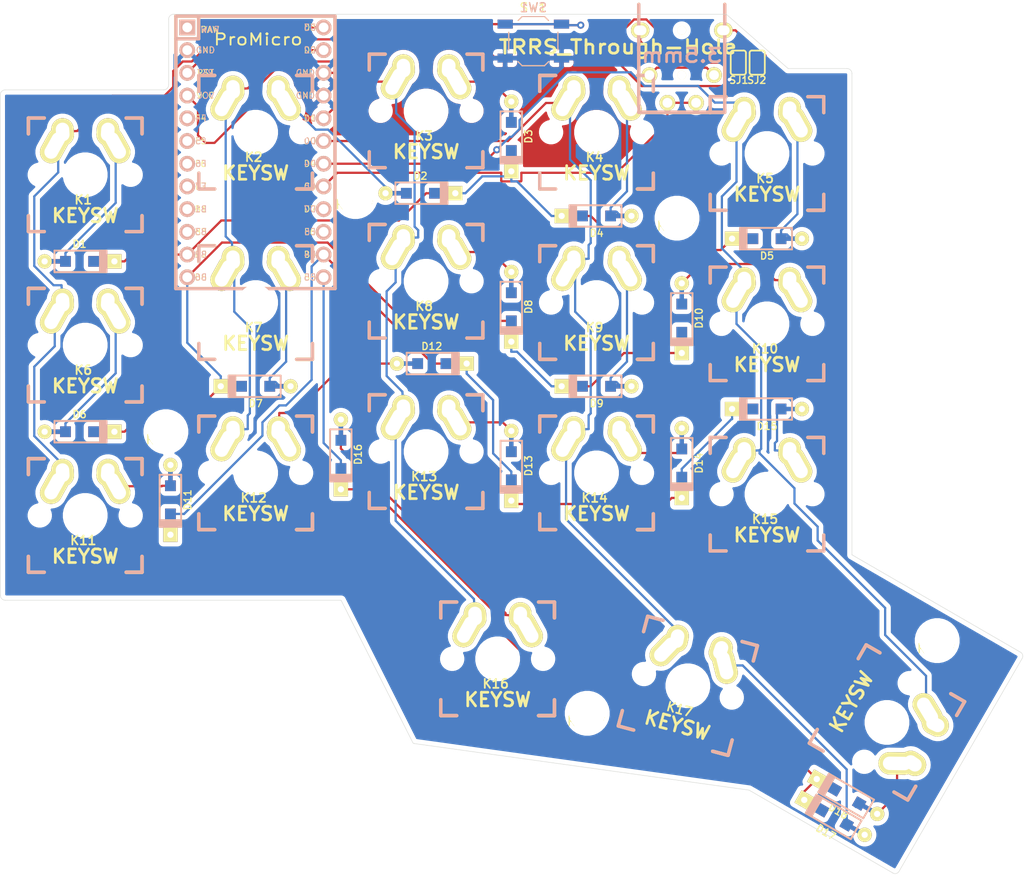
<source format=kicad_pcb>
(kicad_pcb (version 20171130) (host pcbnew "(5.1.5-0-10_14)")
  (layers (0 F.Cu signal) (31 B.Cu signal) (34 B.Paste user) (35 F.Paste user) (36 B.SilkS user) (37 F.SilkS user) (38 B.Mask user) (39 F.Mask user) (44 Edge.Cuts user))
  (net 0 "")
  (net 1 "Net-(D1-Pad2)")
  (net 2 /row1)
  (net 3 "Net-(D2-Pad2)")
  (net 4 "Net-(D3-Pad2)")
  (net 5 "Net-(D4-Pad2)")
  (net 6 "Net-(D5-Pad2)")
  (net 7 "Net-(D6-Pad2)")
  (net 8 /row2)
  (net 9 "Net-(D7-Pad2)")
  (net 10 "Net-(D8-Pad2)")
  (net 11 "Net-(D9-Pad2)")
  (net 12 "Net-(D10-Pad2)")
  (net 13 /row3)
  (net 14 "Net-(D11-Pad2)")
  (net 15 "Net-(D12-Pad2)")
  (net 16 "Net-(D13-Pad2)")
  (net 17 "Net-(D14-Pad2)")
  (net 18 "Net-(D15-Pad2)")
  (net 19 /row4)
  (net 20 "Net-(D16-Pad2)")
  (net 21 "Net-(D17-Pad2)")
  (net 22 "Net-(D18-Pad2)")
  (net 23 /col1)
  (net 24 /col2)
  (net 25 /col3)
  (net 26 /col4)
  (net 27 /col5)
  (net 28 /data)
  (net 29 "Net-(K19-Pad2)")
  (net 30 "Net-(K19-Pad1)")
  (net 31 "Net-(K19-Pad4)")
  (net 32 GND)
  (net 33 VCC)
  (net 34 "Net-(SW1-Pad1)")
  (net 35 "Net-(U1-Pad1)")
  (net 36 "Net-(U1-Pad5)")
  (net 37 "Net-(U1-Pad6)")
  (net 38 "Net-(U1-Pad7)")
  (net 39 "Net-(U1-Pad8)")
  (net 40 "Net-(U1-Pad9)")
  (net 41 "Net-(U1-Pad10)")
  (net 42 "Net-(U1-Pad22)")
  (net 43 "Net-(U1-Pad21)")
  (module "MountingHole:M2 custom" (layer F.Cu) (at 132.715 131.445)
    (fp_text reference REF** (at 0 0.5) (layer F.SilkS))
    (fp_text value "M2 custom")
    (pad "" np_thru_hole circle (at 0.10414 -0.38608) (size 4 4) (drill 4) (layers *.Cu *.Mask))
  )
  (module "MountingHole:M2 custom" (layer F.Cu) (at 96.774 129.032)
    (fp_text reference REF** (at 0 0.5) (layer F.SilkS))
    (fp_text value "M2 custom")
    (pad "" np_thru_hole circle (at 0.10414 -0.38608) (size 4 4) (drill 4) (layers *.Cu *.Mask))
  )
  (module "MountingHole:M2 custom" (layer F.Cu) (at 75.58786 155.32608)
    (fp_text reference REF** (at 0 0.5) (layer F.SilkS))
    (fp_text value "M2 custom")
    (pad "" np_thru_hole circle (at 0.10414 -0.38608) (size 4 4) (drill 4) (layers *.Cu *.Mask))
  )
  (module canadian_footprints:Mx_Alps_100-dualside (layer F.Cu) (at 66.675 164.306)
    (fp_text reference K11 (at -0.22 2.79) (layer F.SilkS) (effects (font (thickness 0.2))))
    (fp_text value KEYSW (at 0 4.572) (layer F.SilkS) (effects (font (size 1.524 1.524) (thickness 0.3048))))
    (pad 2 thru_hole oval (at 2.52 -4.79 356.1) (size 2.5 3.08) (drill oval 1.5 2.08) (layers *.Cu *.Mask F.SilkS) (net 14 "Net-(D11-Pad2)"))
    (pad 1 thru_hole oval (at -3.405 -3.27 330.95) (size 2.5 4.17) (drill oval 1.5 3.17) (layers *.Cu *.Mask F.SilkS) (net 23 /col1))
    (pad HOLE np_thru_hole circle (at 5.08 0) (size 1.7018 1.7018) (drill 1.7018) (layers *.Cu))
    (pad HOLE np_thru_hole circle (at -5.08 0) (size 1.7018 1.7018) (drill 1.7018) (layers *.Cu))
    (pad HOLE np_thru_hole circle (at 0 0) (size 3.9878 3.9878) (drill 3.9878) (layers *.Cu))
    (pad 2 thru_hole oval (at 3.405 -3.27 29.05) (size 2.5 4.17) (drill oval 1.5 3.17) (layers *.Cu *.Mask F.SilkS) (net 14 "Net-(D11-Pad2)"))
    (pad 1 thru_hole oval (at -2.52 -4.79 3.9) (size 2.5 3.08) (drill oval 1.5 2.08) (layers *.Cu *.Mask F.SilkS) (net 23 /col1))
  )
  (module canadian_footprints:Mx_Alps_100-dualside (layer F.Cu) (at 66.675 145.256)
    (fp_text reference K6 (at -0.22 2.79) (layer F.SilkS) (effects (font (thickness 0.2))))
    (fp_text value KEYSW (at 0 4.572) (layer F.SilkS) (effects (font (size 1.524 1.524) (thickness 0.3048))))
    (pad 2 thru_hole oval (at 2.52 -4.79 356.1) (size 2.5 3.08) (drill oval 1.5 2.08) (layers *.Cu *.Mask F.SilkS) (net 7 "Net-(D6-Pad2)"))
    (pad 1 thru_hole oval (at -3.405 -3.27 330.95) (size 2.5 4.17) (drill oval 1.5 3.17) (layers *.Cu *.Mask F.SilkS) (net 23 /col1))
    (pad HOLE np_thru_hole circle (at 5.08 0) (size 1.7018 1.7018) (drill 1.7018) (layers *.Cu))
    (pad HOLE np_thru_hole circle (at -5.08 0) (size 1.7018 1.7018) (drill 1.7018) (layers *.Cu))
    (pad HOLE np_thru_hole circle (at 0 0) (size 3.9878 3.9878) (drill 3.9878) (layers *.Cu))
    (pad 2 thru_hole oval (at 3.405 -3.27 29.05) (size 2.5 4.17) (drill oval 1.5 3.17) (layers *.Cu *.Mask F.SilkS) (net 7 "Net-(D6-Pad2)"))
    (pad 1 thru_hole oval (at -2.52 -4.79 3.9) (size 2.5 3.08) (drill oval 1.5 2.08) (layers *.Cu *.Mask F.SilkS) (net 23 /col1))
  )
  (module "MountingHole:M2 custom" (layer F.Cu) (at 122.682 186.817)
    (fp_text reference REF** (at 0 0.5) (layer F.SilkS))
    (fp_text value "M2 custom")
    (pad "" np_thru_hole circle (at 0.10414 -0.38608) (size 4 4) (drill 4) (layers *.Cu *.Mask))
  )
  (module "MountingHole:M2 custom" (layer F.Cu) (at 161.798 178.689)
    (fp_text reference REF** (at 0 0.5) (layer F.SilkS))
    (fp_text value "M2 custom")
    (pad "" np_thru_hole circle (at 0.10414 -0.38608) (size 4 4) (drill 4) (layers *.Cu *.Mask))
  )
  (module Button_Switch_SMD:SW_SPST_TL3342 (layer B.Cu) (at 116.764 111.258 180)
    (fp_text reference SW1 (at 0 3.75) (layer B.SilkS) (effects (justify mirror)))
    (fp_text value SW_PUSH)
    (pad 2 smd rect (at 3.15 -1.9 180) (size 1.7 1) (layers B.Cu B.Paste B.Mask) (net 32 GND))
    (pad 2 smd rect (at -3.15 -1.9 180) (size 1.7 1) (layers B.Cu B.Paste B.Mask) (net 32 GND))
    (pad 1 smd rect (at 3.15 1.9 180) (size 1.7 1) (layers B.Cu B.Paste B.Mask) (net 34 "Net-(SW1-Pad1)"))
    (pad 1 smd rect (at -3.15 1.9 180) (size 1.7 1) (layers B.Cu B.Paste B.Mask) (net 34 "Net-(SW1-Pad1)"))
  )
  (module canadian_footprints:D_SOD123_axial-dual (layer F.Cu) (at 66.04 135.89 180)
    (fp_text reference D1 (at 0 1.925) (layer F.SilkS) (effects (font (size 0.8 0.8))))
    (fp_text value D hide)
    (pad 1 smd rect (at -2.7 0 180) (size 2.5 0.5) (layers B.Cu) (net 2 /row1))
    (pad 1 smd rect (at -1.575 0 180) (size 1.2 1.2) (layers B.Cu B.Paste B.Mask) (net 2 /row1))
    (pad 2 smd rect (at 1.575 0 180) (size 1.2 1.2) (layers B.Cu B.Paste B.Mask) (net 1 "Net-(D1-Pad2)"))
    (pad 2 smd rect (at 2.7 0 180) (size 2.5 0.5) (layers B.Cu) (net 1 "Net-(D1-Pad2)"))
    (pad 2 smd rect (at 1.575 0 180) (size 1.2 1.2) (layers F.Cu F.Paste F.Mask) (net 1 "Net-(D1-Pad2)"))
    (pad 1 smd rect (at -1.575 0 180) (size 1.2 1.2) (layers F.Cu F.Paste F.Mask) (net 2 /row1))
    (pad 1 thru_hole rect (at -3.9 0 180) (size 1.6 1.6) (drill 0.7) (layers *.Cu *.Mask F.SilkS) (net 2 /row1))
    (pad 2 thru_hole circle (at 3.9 0 180) (size 1.6 1.6) (drill 0.7) (layers *.Cu *.Mask F.SilkS) (net 1 "Net-(D1-Pad2)"))
    (pad 1 smd rect (at -2.7 0 180) (size 2.5 0.5) (layers F.Cu) (net 2 /row1))
    (pad 2 smd rect (at 2.7 0 180) (size 2.5 0.5) (layers F.Cu) (net 1 "Net-(D1-Pad2)"))
  )
  (module canadian_footprints:D_SOD123_axial-dual (layer F.Cu) (at 104.14 128.27 180)
    (fp_text reference D2 (at 0 1.925) (layer F.SilkS) (effects (font (size 0.8 0.8))))
    (fp_text value D hide)
    (pad 2 smd rect (at 2.7 0 180) (size 2.5 0.5) (layers F.Cu) (net 3 "Net-(D2-Pad2)"))
    (pad 1 smd rect (at -2.7 0 180) (size 2.5 0.5) (layers F.Cu) (net 2 /row1))
    (pad 2 thru_hole circle (at 3.9 0 180) (size 1.6 1.6) (drill 0.7) (layers *.Cu *.Mask F.SilkS) (net 3 "Net-(D2-Pad2)"))
    (pad 1 thru_hole rect (at -3.9 0 180) (size 1.6 1.6) (drill 0.7) (layers *.Cu *.Mask F.SilkS) (net 2 /row1))
    (pad 1 smd rect (at -1.575 0 180) (size 1.2 1.2) (layers F.Cu F.Paste F.Mask) (net 2 /row1))
    (pad 2 smd rect (at 1.575 0 180) (size 1.2 1.2) (layers F.Cu F.Paste F.Mask) (net 3 "Net-(D2-Pad2)"))
    (pad 2 smd rect (at 2.7 0 180) (size 2.5 0.5) (layers B.Cu) (net 3 "Net-(D2-Pad2)"))
    (pad 2 smd rect (at 1.575 0 180) (size 1.2 1.2) (layers B.Cu B.Paste B.Mask) (net 3 "Net-(D2-Pad2)"))
    (pad 1 smd rect (at -1.575 0 180) (size 1.2 1.2) (layers B.Cu B.Paste B.Mask) (net 2 /row1))
    (pad 1 smd rect (at -2.7 0 180) (size 2.5 0.5) (layers B.Cu) (net 2 /row1))
  )
  (module canadian_footprints:D_SOD123_axial-dual (layer F.Cu) (at 114.3 121.92 90)
    (fp_text reference D3 (at 0 1.925 90) (layer F.SilkS) (effects (font (size 0.8 0.8))))
    (fp_text value D hide)
    (pad 2 smd rect (at 2.7 0 90) (size 2.5 0.5) (layers F.Cu) (net 4 "Net-(D3-Pad2)"))
    (pad 1 smd rect (at -2.7 0 90) (size 2.5 0.5) (layers F.Cu) (net 2 /row1))
    (pad 2 thru_hole circle (at 3.9 0 90) (size 1.6 1.6) (drill 0.7) (layers *.Cu *.Mask F.SilkS) (net 4 "Net-(D3-Pad2)"))
    (pad 1 thru_hole rect (at -3.9 0 90) (size 1.6 1.6) (drill 0.7) (layers *.Cu *.Mask F.SilkS) (net 2 /row1))
    (pad 1 smd rect (at -1.575 0 90) (size 1.2 1.2) (layers F.Cu F.Paste F.Mask) (net 2 /row1))
    (pad 2 smd rect (at 1.575 0 90) (size 1.2 1.2) (layers F.Cu F.Paste F.Mask) (net 4 "Net-(D3-Pad2)"))
    (pad 2 smd rect (at 2.7 0 90) (size 2.5 0.5) (layers B.Cu) (net 4 "Net-(D3-Pad2)"))
    (pad 2 smd rect (at 1.575 0 90) (size 1.2 1.2) (layers B.Cu B.Paste B.Mask) (net 4 "Net-(D3-Pad2)"))
    (pad 1 smd rect (at -1.575 0 90) (size 1.2 1.2) (layers B.Cu B.Paste B.Mask) (net 2 /row1))
    (pad 1 smd rect (at -2.7 0 90) (size 2.5 0.5) (layers B.Cu) (net 2 /row1))
  )
  (module canadian_footprints:D_SOD123_axial-dual (layer F.Cu) (at 123.825 130.81)
    (fp_text reference D4 (at 0 1.925) (layer F.SilkS) (effects (font (size 0.8 0.8))))
    (fp_text value D hide)
    (pad 2 smd rect (at 2.7 0) (size 2.5 0.5) (layers F.Cu) (net 5 "Net-(D4-Pad2)"))
    (pad 1 smd rect (at -2.7 0) (size 2.5 0.5) (layers F.Cu) (net 2 /row1))
    (pad 2 thru_hole circle (at 3.9 0) (size 1.6 1.6) (drill 0.7) (layers *.Cu *.Mask F.SilkS) (net 5 "Net-(D4-Pad2)"))
    (pad 1 thru_hole rect (at -3.9 0) (size 1.6 1.6) (drill 0.7) (layers *.Cu *.Mask F.SilkS) (net 2 /row1))
    (pad 1 smd rect (at -1.575 0) (size 1.2 1.2) (layers F.Cu F.Paste F.Mask) (net 2 /row1))
    (pad 2 smd rect (at 1.575 0) (size 1.2 1.2) (layers F.Cu F.Paste F.Mask) (net 5 "Net-(D4-Pad2)"))
    (pad 2 smd rect (at 2.7 0) (size 2.5 0.5) (layers B.Cu) (net 5 "Net-(D4-Pad2)"))
    (pad 2 smd rect (at 1.575 0) (size 1.2 1.2) (layers B.Cu B.Paste B.Mask) (net 5 "Net-(D4-Pad2)"))
    (pad 1 smd rect (at -1.575 0) (size 1.2 1.2) (layers B.Cu B.Paste B.Mask) (net 2 /row1))
    (pad 1 smd rect (at -2.7 0) (size 2.5 0.5) (layers B.Cu) (net 2 /row1))
  )
  (module canadian_footprints:D_SOD123_axial-dual (layer F.Cu) (at 142.875 133.35)
    (fp_text reference D5 (at 0 1.925) (layer F.SilkS) (effects (font (size 0.8 0.8))))
    (fp_text value D hide)
    (pad 2 smd rect (at 2.7 0) (size 2.5 0.5) (layers F.Cu) (net 6 "Net-(D5-Pad2)"))
    (pad 1 smd rect (at -2.7 0) (size 2.5 0.5) (layers F.Cu) (net 2 /row1))
    (pad 2 thru_hole circle (at 3.9 0) (size 1.6 1.6) (drill 0.7) (layers *.Cu *.Mask F.SilkS) (net 6 "Net-(D5-Pad2)"))
    (pad 1 thru_hole rect (at -3.9 0) (size 1.6 1.6) (drill 0.7) (layers *.Cu *.Mask F.SilkS) (net 2 /row1))
    (pad 1 smd rect (at -1.575 0) (size 1.2 1.2) (layers F.Cu F.Paste F.Mask) (net 2 /row1))
    (pad 2 smd rect (at 1.575 0) (size 1.2 1.2) (layers F.Cu F.Paste F.Mask) (net 6 "Net-(D5-Pad2)"))
    (pad 2 smd rect (at 2.7 0) (size 2.5 0.5) (layers B.Cu) (net 6 "Net-(D5-Pad2)"))
    (pad 2 smd rect (at 1.575 0) (size 1.2 1.2) (layers B.Cu B.Paste B.Mask) (net 6 "Net-(D5-Pad2)"))
    (pad 1 smd rect (at -1.575 0) (size 1.2 1.2) (layers B.Cu B.Paste B.Mask) (net 2 /row1))
    (pad 1 smd rect (at -2.7 0) (size 2.5 0.5) (layers B.Cu) (net 2 /row1))
  )
  (module canadian_footprints:D_SOD123_axial-dual (layer F.Cu) (at 66.04 154.94 180)
    (fp_text reference D6 (at 0 1.925) (layer F.SilkS) (effects (font (size 0.8 0.8))))
    (fp_text value D hide)
    (pad 1 smd rect (at -2.7 0 180) (size 2.5 0.5) (layers B.Cu) (net 8 /row2))
    (pad 1 smd rect (at -1.575 0 180) (size 1.2 1.2) (layers B.Cu B.Paste B.Mask) (net 8 /row2))
    (pad 2 smd rect (at 1.575 0 180) (size 1.2 1.2) (layers B.Cu B.Paste B.Mask) (net 7 "Net-(D6-Pad2)"))
    (pad 2 smd rect (at 2.7 0 180) (size 2.5 0.5) (layers B.Cu) (net 7 "Net-(D6-Pad2)"))
    (pad 2 smd rect (at 1.575 0 180) (size 1.2 1.2) (layers F.Cu F.Paste F.Mask) (net 7 "Net-(D6-Pad2)"))
    (pad 1 smd rect (at -1.575 0 180) (size 1.2 1.2) (layers F.Cu F.Paste F.Mask) (net 8 /row2))
    (pad 1 thru_hole rect (at -3.9 0 180) (size 1.6 1.6) (drill 0.7) (layers *.Cu *.Mask F.SilkS) (net 8 /row2))
    (pad 2 thru_hole circle (at 3.9 0 180) (size 1.6 1.6) (drill 0.7) (layers *.Cu *.Mask F.SilkS) (net 7 "Net-(D6-Pad2)"))
    (pad 1 smd rect (at -2.7 0 180) (size 2.5 0.5) (layers F.Cu) (net 8 /row2))
    (pad 2 smd rect (at 2.7 0 180) (size 2.5 0.5) (layers F.Cu) (net 7 "Net-(D6-Pad2)"))
  )
  (module canadian_footprints:D_SOD123_axial-dual (layer F.Cu) (at 85.725 149.86)
    (fp_text reference D7 (at 0 1.925) (layer F.SilkS) (effects (font (size 0.8 0.8))))
    (fp_text value D hide)
    (pad 2 smd rect (at 2.7 0) (size 2.5 0.5) (layers F.Cu) (net 9 "Net-(D7-Pad2)"))
    (pad 1 smd rect (at -2.7 0) (size 2.5 0.5) (layers F.Cu) (net 8 /row2))
    (pad 2 thru_hole circle (at 3.9 0) (size 1.6 1.6) (drill 0.7) (layers *.Cu *.Mask F.SilkS) (net 9 "Net-(D7-Pad2)"))
    (pad 1 thru_hole rect (at -3.9 0) (size 1.6 1.6) (drill 0.7) (layers *.Cu *.Mask F.SilkS) (net 8 /row2))
    (pad 1 smd rect (at -1.575 0) (size 1.2 1.2) (layers F.Cu F.Paste F.Mask) (net 8 /row2))
    (pad 2 smd rect (at 1.575 0) (size 1.2 1.2) (layers F.Cu F.Paste F.Mask) (net 9 "Net-(D7-Pad2)"))
    (pad 2 smd rect (at 2.7 0) (size 2.5 0.5) (layers B.Cu) (net 9 "Net-(D7-Pad2)"))
    (pad 2 smd rect (at 1.575 0) (size 1.2 1.2) (layers B.Cu B.Paste B.Mask) (net 9 "Net-(D7-Pad2)"))
    (pad 1 smd rect (at -1.575 0) (size 1.2 1.2) (layers B.Cu B.Paste B.Mask) (net 8 /row2))
    (pad 1 smd rect (at -2.7 0) (size 2.5 0.5) (layers B.Cu) (net 8 /row2))
  )
  (module canadian_footprints:D_SOD123_axial-dual (layer F.Cu) (at 114.3 140.97 90)
    (fp_text reference D8 (at 0 1.925 90) (layer F.SilkS) (effects (font (size 0.8 0.8))))
    (fp_text value D hide)
    (pad 2 smd rect (at 2.7 0 90) (size 2.5 0.5) (layers F.Cu) (net 10 "Net-(D8-Pad2)"))
    (pad 1 smd rect (at -2.7 0 90) (size 2.5 0.5) (layers F.Cu) (net 8 /row2))
    (pad 2 thru_hole circle (at 3.9 0 90) (size 1.6 1.6) (drill 0.7) (layers *.Cu *.Mask F.SilkS) (net 10 "Net-(D8-Pad2)"))
    (pad 1 thru_hole rect (at -3.9 0 90) (size 1.6 1.6) (drill 0.7) (layers *.Cu *.Mask F.SilkS) (net 8 /row2))
    (pad 1 smd rect (at -1.575 0 90) (size 1.2 1.2) (layers F.Cu F.Paste F.Mask) (net 8 /row2))
    (pad 2 smd rect (at 1.575 0 90) (size 1.2 1.2) (layers F.Cu F.Paste F.Mask) (net 10 "Net-(D8-Pad2)"))
    (pad 2 smd rect (at 2.7 0 90) (size 2.5 0.5) (layers B.Cu) (net 10 "Net-(D8-Pad2)"))
    (pad 2 smd rect (at 1.575 0 90) (size 1.2 1.2) (layers B.Cu B.Paste B.Mask) (net 10 "Net-(D8-Pad2)"))
    (pad 1 smd rect (at -1.575 0 90) (size 1.2 1.2) (layers B.Cu B.Paste B.Mask) (net 8 /row2))
    (pad 1 smd rect (at -2.7 0 90) (size 2.5 0.5) (layers B.Cu) (net 8 /row2))
  )
  (module canadian_footprints:D_SOD123_axial-dual (layer F.Cu) (at 123.825 149.86)
    (fp_text reference D9 (at 0 1.925) (layer F.SilkS) (effects (font (size 0.8 0.8))))
    (fp_text value D hide)
    (pad 2 smd rect (at 2.7 0) (size 2.5 0.5) (layers F.Cu) (net 11 "Net-(D9-Pad2)"))
    (pad 1 smd rect (at -2.7 0) (size 2.5 0.5) (layers F.Cu) (net 8 /row2))
    (pad 2 thru_hole circle (at 3.9 0) (size 1.6 1.6) (drill 0.7) (layers *.Cu *.Mask F.SilkS) (net 11 "Net-(D9-Pad2)"))
    (pad 1 thru_hole rect (at -3.9 0) (size 1.6 1.6) (drill 0.7) (layers *.Cu *.Mask F.SilkS) (net 8 /row2))
    (pad 1 smd rect (at -1.575 0) (size 1.2 1.2) (layers F.Cu F.Paste F.Mask) (net 8 /row2))
    (pad 2 smd rect (at 1.575 0) (size 1.2 1.2) (layers F.Cu F.Paste F.Mask) (net 11 "Net-(D9-Pad2)"))
    (pad 2 smd rect (at 2.7 0) (size 2.5 0.5) (layers B.Cu) (net 11 "Net-(D9-Pad2)"))
    (pad 2 smd rect (at 1.575 0) (size 1.2 1.2) (layers B.Cu B.Paste B.Mask) (net 11 "Net-(D9-Pad2)"))
    (pad 1 smd rect (at -1.575 0) (size 1.2 1.2) (layers B.Cu B.Paste B.Mask) (net 8 /row2))
    (pad 1 smd rect (at -2.7 0) (size 2.5 0.5) (layers B.Cu) (net 8 /row2))
  )
  (module canadian_footprints:D_SOD123_axial-dual (layer F.Cu) (at 133.35 142.24 90)
    (fp_text reference D10 (at 0 1.925 90) (layer F.SilkS) (effects (font (size 0.8 0.8))))
    (fp_text value D hide)
    (pad 1 smd rect (at -2.7 0 90) (size 2.5 0.5) (layers B.Cu) (net 8 /row2))
    (pad 1 smd rect (at -1.575 0 90) (size 1.2 1.2) (layers B.Cu B.Paste B.Mask) (net 8 /row2))
    (pad 2 smd rect (at 1.575 0 90) (size 1.2 1.2) (layers B.Cu B.Paste B.Mask) (net 12 "Net-(D10-Pad2)"))
    (pad 2 smd rect (at 2.7 0 90) (size 2.5 0.5) (layers B.Cu) (net 12 "Net-(D10-Pad2)"))
    (pad 2 smd rect (at 1.575 0 90) (size 1.2 1.2) (layers F.Cu F.Paste F.Mask) (net 12 "Net-(D10-Pad2)"))
    (pad 1 smd rect (at -1.575 0 90) (size 1.2 1.2) (layers F.Cu F.Paste F.Mask) (net 8 /row2))
    (pad 1 thru_hole rect (at -3.9 0 90) (size 1.6 1.6) (drill 0.7) (layers *.Cu *.Mask F.SilkS) (net 8 /row2))
    (pad 2 thru_hole circle (at 3.9 0 90) (size 1.6 1.6) (drill 0.7) (layers *.Cu *.Mask F.SilkS) (net 12 "Net-(D10-Pad2)"))
    (pad 1 smd rect (at -2.7 0 90) (size 2.5 0.5) (layers F.Cu) (net 8 /row2))
    (pad 2 smd rect (at 2.7 0 90) (size 2.5 0.5) (layers F.Cu) (net 12 "Net-(D10-Pad2)"))
  )
  (module canadian_footprints:D_SOD123_axial-dual (layer F.Cu) (at 76.2 162.56 90)
    (fp_text reference D11 (at 0 1.925 90) (layer F.SilkS) (effects (font (size 0.8 0.8))))
    (fp_text value D hide)
    (pad 2 smd rect (at 2.7 0 90) (size 2.5 0.5) (layers F.Cu) (net 14 "Net-(D11-Pad2)"))
    (pad 1 smd rect (at -2.7 0 90) (size 2.5 0.5) (layers F.Cu) (net 13 /row3))
    (pad 2 thru_hole circle (at 3.9 0 90) (size 1.6 1.6) (drill 0.7) (layers *.Cu *.Mask F.SilkS) (net 14 "Net-(D11-Pad2)"))
    (pad 1 thru_hole rect (at -3.9 0 90) (size 1.6 1.6) (drill 0.7) (layers *.Cu *.Mask F.SilkS) (net 13 /row3))
    (pad 1 smd rect (at -1.575 0 90) (size 1.2 1.2) (layers F.Cu F.Paste F.Mask) (net 13 /row3))
    (pad 2 smd rect (at 1.575 0 90) (size 1.2 1.2) (layers F.Cu F.Paste F.Mask) (net 14 "Net-(D11-Pad2)"))
    (pad 2 smd rect (at 2.7 0 90) (size 2.5 0.5) (layers B.Cu) (net 14 "Net-(D11-Pad2)"))
    (pad 2 smd rect (at 1.575 0 90) (size 1.2 1.2) (layers B.Cu B.Paste B.Mask) (net 14 "Net-(D11-Pad2)"))
    (pad 1 smd rect (at -1.575 0 90) (size 1.2 1.2) (layers B.Cu B.Paste B.Mask) (net 13 /row3))
    (pad 1 smd rect (at -2.7 0 90) (size 2.5 0.5) (layers B.Cu) (net 13 /row3))
  )
  (module canadian_footprints:D_SOD123_axial-dual (layer F.Cu) (at 105.41 147.32 180)
    (fp_text reference D12 (at 0 1.925) (layer F.SilkS) (effects (font (size 0.8 0.8))))
    (fp_text value D hide)
    (pad 1 smd rect (at -2.7 0 180) (size 2.5 0.5) (layers B.Cu) (net 13 /row3))
    (pad 1 smd rect (at -1.575 0 180) (size 1.2 1.2) (layers B.Cu B.Paste B.Mask) (net 13 /row3))
    (pad 2 smd rect (at 1.575 0 180) (size 1.2 1.2) (layers B.Cu B.Paste B.Mask) (net 15 "Net-(D12-Pad2)"))
    (pad 2 smd rect (at 2.7 0 180) (size 2.5 0.5) (layers B.Cu) (net 15 "Net-(D12-Pad2)"))
    (pad 2 smd rect (at 1.575 0 180) (size 1.2 1.2) (layers F.Cu F.Paste F.Mask) (net 15 "Net-(D12-Pad2)"))
    (pad 1 smd rect (at -1.575 0 180) (size 1.2 1.2) (layers F.Cu F.Paste F.Mask) (net 13 /row3))
    (pad 1 thru_hole rect (at -3.9 0 180) (size 1.6 1.6) (drill 0.7) (layers *.Cu *.Mask F.SilkS) (net 13 /row3))
    (pad 2 thru_hole circle (at 3.9 0 180) (size 1.6 1.6) (drill 0.7) (layers *.Cu *.Mask F.SilkS) (net 15 "Net-(D12-Pad2)"))
    (pad 1 smd rect (at -2.7 0 180) (size 2.5 0.5) (layers F.Cu) (net 13 /row3))
    (pad 2 smd rect (at 2.7 0 180) (size 2.5 0.5) (layers F.Cu) (net 15 "Net-(D12-Pad2)"))
  )
  (module canadian_footprints:D_SOD123_axial-dual (layer F.Cu) (at 114.3 158.75 90)
    (fp_text reference D13 (at 0 1.925 90) (layer F.SilkS) (effects (font (size 0.8 0.8))))
    (fp_text value D hide)
    (pad 1 smd rect (at -2.7 0 90) (size 2.5 0.5) (layers B.Cu) (net 13 /row3))
    (pad 1 smd rect (at -1.575 0 90) (size 1.2 1.2) (layers B.Cu B.Paste B.Mask) (net 13 /row3))
    (pad 2 smd rect (at 1.575 0 90) (size 1.2 1.2) (layers B.Cu B.Paste B.Mask) (net 16 "Net-(D13-Pad2)"))
    (pad 2 smd rect (at 2.7 0 90) (size 2.5 0.5) (layers B.Cu) (net 16 "Net-(D13-Pad2)"))
    (pad 2 smd rect (at 1.575 0 90) (size 1.2 1.2) (layers F.Cu F.Paste F.Mask) (net 16 "Net-(D13-Pad2)"))
    (pad 1 smd rect (at -1.575 0 90) (size 1.2 1.2) (layers F.Cu F.Paste F.Mask) (net 13 /row3))
    (pad 1 thru_hole rect (at -3.9 0 90) (size 1.6 1.6) (drill 0.7) (layers *.Cu *.Mask F.SilkS) (net 13 /row3))
    (pad 2 thru_hole circle (at 3.9 0 90) (size 1.6 1.6) (drill 0.7) (layers *.Cu *.Mask F.SilkS) (net 16 "Net-(D13-Pad2)"))
    (pad 1 smd rect (at -2.7 0 90) (size 2.5 0.5) (layers F.Cu) (net 13 /row3))
    (pad 2 smd rect (at 2.7 0 90) (size 2.5 0.5) (layers F.Cu) (net 16 "Net-(D13-Pad2)"))
  )
  (module canadian_footprints:D_SOD123_axial-dual (layer F.Cu) (at 133.35 158.445 90)
    (fp_text reference D14 (at 0 1.925 90) (layer F.SilkS) (effects (font (size 0.8 0.8))))
    (fp_text value D hide)
    (pad 1 smd rect (at -2.7 0 90) (size 2.5 0.5) (layers B.Cu) (net 13 /row3))
    (pad 1 smd rect (at -1.575 0 90) (size 1.2 1.2) (layers B.Cu B.Paste B.Mask) (net 13 /row3))
    (pad 2 smd rect (at 1.575 0 90) (size 1.2 1.2) (layers B.Cu B.Paste B.Mask) (net 17 "Net-(D14-Pad2)"))
    (pad 2 smd rect (at 2.7 0 90) (size 2.5 0.5) (layers B.Cu) (net 17 "Net-(D14-Pad2)"))
    (pad 2 smd rect (at 1.575 0 90) (size 1.2 1.2) (layers F.Cu F.Paste F.Mask) (net 17 "Net-(D14-Pad2)"))
    (pad 1 smd rect (at -1.575 0 90) (size 1.2 1.2) (layers F.Cu F.Paste F.Mask) (net 13 /row3))
    (pad 1 thru_hole rect (at -3.9 0 90) (size 1.6 1.6) (drill 0.7) (layers *.Cu *.Mask F.SilkS) (net 13 /row3))
    (pad 2 thru_hole circle (at 3.9 0 90) (size 1.6 1.6) (drill 0.7) (layers *.Cu *.Mask F.SilkS) (net 17 "Net-(D14-Pad2)"))
    (pad 1 smd rect (at -2.7 0 90) (size 2.5 0.5) (layers F.Cu) (net 13 /row3))
    (pad 2 smd rect (at 2.7 0 90) (size 2.5 0.5) (layers F.Cu) (net 17 "Net-(D14-Pad2)"))
  )
  (module canadian_footprints:D_SOD123_axial-dual (layer F.Cu) (at 142.875 152.4)
    (fp_text reference D15 (at 0 1.925) (layer F.SilkS) (effects (font (size 0.8 0.8))))
    (fp_text value D hide)
    (pad 1 smd rect (at -2.7 0) (size 2.5 0.5) (layers B.Cu) (net 13 /row3))
    (pad 1 smd rect (at -1.575 0) (size 1.2 1.2) (layers B.Cu B.Paste B.Mask) (net 13 /row3))
    (pad 2 smd rect (at 1.575 0) (size 1.2 1.2) (layers B.Cu B.Paste B.Mask) (net 18 "Net-(D15-Pad2)"))
    (pad 2 smd rect (at 2.7 0) (size 2.5 0.5) (layers B.Cu) (net 18 "Net-(D15-Pad2)"))
    (pad 2 smd rect (at 1.575 0) (size 1.2 1.2) (layers F.Cu F.Paste F.Mask) (net 18 "Net-(D15-Pad2)"))
    (pad 1 smd rect (at -1.575 0) (size 1.2 1.2) (layers F.Cu F.Paste F.Mask) (net 13 /row3))
    (pad 1 thru_hole rect (at -3.9 0) (size 1.6 1.6) (drill 0.7) (layers *.Cu *.Mask F.SilkS) (net 13 /row3))
    (pad 2 thru_hole circle (at 3.9 0) (size 1.6 1.6) (drill 0.7) (layers *.Cu *.Mask F.SilkS) (net 18 "Net-(D15-Pad2)"))
    (pad 1 smd rect (at -2.7 0) (size 2.5 0.5) (layers F.Cu) (net 13 /row3))
    (pad 2 smd rect (at 2.7 0) (size 2.5 0.5) (layers F.Cu) (net 18 "Net-(D15-Pad2)"))
  )
  (module canadian_footprints:D_SOD123_axial-dual (layer F.Cu) (at 95.25 157.48 90)
    (fp_text reference D16 (at 0 1.925 90) (layer F.SilkS) (effects (font (size 0.8 0.8))))
    (fp_text value D hide)
    (pad 1 smd rect (at -2.7 0 90) (size 2.5 0.5) (layers B.Cu) (net 19 /row4))
    (pad 1 smd rect (at -1.575 0 90) (size 1.2 1.2) (layers B.Cu B.Paste B.Mask) (net 19 /row4))
    (pad 2 smd rect (at 1.575 0 90) (size 1.2 1.2) (layers B.Cu B.Paste B.Mask) (net 20 "Net-(D16-Pad2)"))
    (pad 2 smd rect (at 2.7 0 90) (size 2.5 0.5) (layers B.Cu) (net 20 "Net-(D16-Pad2)"))
    (pad 2 smd rect (at 1.575 0 90) (size 1.2 1.2) (layers F.Cu F.Paste F.Mask) (net 20 "Net-(D16-Pad2)"))
    (pad 1 smd rect (at -1.575 0 90) (size 1.2 1.2) (layers F.Cu F.Paste F.Mask) (net 19 /row4))
    (pad 1 thru_hole rect (at -3.9 0 90) (size 1.6 1.6) (drill 0.7) (layers *.Cu *.Mask F.SilkS) (net 19 /row4))
    (pad 2 thru_hole circle (at 3.9 0 90) (size 1.6 1.6) (drill 0.7) (layers *.Cu *.Mask F.SilkS) (net 20 "Net-(D16-Pad2)"))
    (pad 1 smd rect (at -2.7 0 90) (size 2.5 0.5) (layers F.Cu) (net 19 /row4))
    (pad 2 smd rect (at 2.7 0 90) (size 2.5 0.5) (layers F.Cu) (net 20 "Net-(D16-Pad2)"))
  )
  (module canadian_footprints:D_SOD123_axial-dual (layer F.Cu) (at 150.4188 198.0692 330)
    (fp_text reference D17 (at 0 1.925 150) (layer F.SilkS) (effects (font (size 0.8 0.8))))
    (fp_text value D hide)
    (pad 2 smd rect (at 2.7 0 330) (size 2.5 0.5) (layers F.Cu) (net 21 "Net-(D17-Pad2)"))
    (pad 1 smd rect (at -2.7 0 330) (size 2.5 0.5) (layers F.Cu) (net 19 /row4))
    (pad 2 thru_hole circle (at 3.9 0 330) (size 1.6 1.6) (drill 0.7) (layers *.Cu *.Mask F.SilkS) (net 21 "Net-(D17-Pad2)"))
    (pad 1 thru_hole rect (at -3.9 0 330) (size 1.6 1.6) (drill 0.7) (layers *.Cu *.Mask F.SilkS) (net 19 /row4))
    (pad 1 smd rect (at -1.575 0 330) (size 1.2 1.2) (layers F.Cu F.Paste F.Mask) (net 19 /row4))
    (pad 2 smd rect (at 1.575 0 330) (size 1.2 1.2) (layers F.Cu F.Paste F.Mask) (net 21 "Net-(D17-Pad2)"))
    (pad 2 smd rect (at 2.7 0 330) (size 2.5 0.5) (layers B.Cu) (net 21 "Net-(D17-Pad2)"))
    (pad 2 smd rect (at 1.575 0 330) (size 1.2 1.2) (layers B.Cu B.Paste B.Mask) (net 21 "Net-(D17-Pad2)"))
    (pad 1 smd rect (at -1.575 0 330) (size 1.2 1.2) (layers B.Cu B.Paste B.Mask) (net 19 /row4))
    (pad 1 smd rect (at -2.7 0 330) (size 2.5 0.5) (layers B.Cu) (net 19 /row4))
  )
  (module canadian_footprints:D_SOD123_axial-dual (layer F.Cu) (at 151.8158 195.7324 330)
    (fp_text reference D18 (at 0 1.925 150) (layer F.SilkS) (effects (font (size 0.8 0.8))))
    (fp_text value D hide)
    (pad 2 smd rect (at 2.7 0 330) (size 2.5 0.5) (layers F.Cu) (net 22 "Net-(D18-Pad2)"))
    (pad 1 smd rect (at -2.7 0 330) (size 2.5 0.5) (layers F.Cu) (net 19 /row4))
    (pad 2 thru_hole circle (at 3.9 0 330) (size 1.6 1.6) (drill 0.7) (layers *.Cu *.Mask F.SilkS) (net 22 "Net-(D18-Pad2)"))
    (pad 1 thru_hole rect (at -3.9 0 330) (size 1.6 1.6) (drill 0.7) (layers *.Cu *.Mask F.SilkS) (net 19 /row4))
    (pad 1 smd rect (at -1.575 0 330) (size 1.2 1.2) (layers F.Cu F.Paste F.Mask) (net 19 /row4))
    (pad 2 smd rect (at 1.575 0 330) (size 1.2 1.2) (layers F.Cu F.Paste F.Mask) (net 22 "Net-(D18-Pad2)"))
    (pad 2 smd rect (at 2.7 0 330) (size 2.5 0.5) (layers B.Cu) (net 22 "Net-(D18-Pad2)"))
    (pad 2 smd rect (at 1.575 0 330) (size 1.2 1.2) (layers B.Cu B.Paste B.Mask) (net 22 "Net-(D18-Pad2)"))
    (pad 1 smd rect (at -1.575 0 330) (size 1.2 1.2) (layers B.Cu B.Paste B.Mask) (net 19 /row4))
    (pad 1 smd rect (at -2.7 0 330) (size 2.5 0.5) (layers B.Cu) (net 19 /row4))
  )
  (module canadian_footprints:Mx_Alps_100-dualside (layer F.Cu) (at 66.675 126.206)
    (fp_text reference K1 (at -0.22 2.79) (layer F.SilkS) (effects (font (thickness 0.2))))
    (fp_text value KEYSW (at 0 4.572) (layer F.SilkS) (effects (font (size 1.524 1.524) (thickness 0.3048))))
    (pad 1 thru_hole oval (at -2.52 -4.79 3.9) (size 2.5 3.08) (drill oval 1.5 2.08) (layers *.Cu *.Mask F.SilkS) (net 23 /col1))
    (pad 2 thru_hole oval (at 3.405 -3.27 29.05) (size 2.5 4.17) (drill oval 1.5 3.17) (layers *.Cu *.Mask F.SilkS) (net 1 "Net-(D1-Pad2)"))
    (pad HOLE np_thru_hole circle (at 0 0) (size 3.9878 3.9878) (drill 3.9878) (layers *.Cu))
    (pad HOLE np_thru_hole circle (at -5.08 0) (size 1.7018 1.7018) (drill 1.7018) (layers *.Cu))
    (pad HOLE np_thru_hole circle (at 5.08 0) (size 1.7018 1.7018) (drill 1.7018) (layers *.Cu))
    (pad 1 thru_hole oval (at -3.405 -3.27 330.95) (size 2.5 4.17) (drill oval 1.5 3.17) (layers *.Cu *.Mask F.SilkS) (net 23 /col1))
    (pad 2 thru_hole oval (at 2.52 -4.79 356.1) (size 2.5 3.08) (drill oval 1.5 2.08) (layers *.Cu *.Mask F.SilkS) (net 1 "Net-(D1-Pad2)"))
  )
  (module canadian_footprints:Mx_Alps_100-dualside (layer F.Cu) (at 85.725 121.444)
    (fp_text reference K2 (at -0.22 2.79) (layer F.SilkS) (effects (font (thickness 0.2))))
    (fp_text value KEYSW (at 0 4.572) (layer F.SilkS) (effects (font (size 1.524 1.524) (thickness 0.3048))))
    (pad 1 thru_hole oval (at -2.52 -4.79 3.9) (size 2.5 3.08) (drill oval 1.5 2.08) (layers *.Cu *.Mask F.SilkS) (net 24 /col2))
    (pad 2 thru_hole oval (at 3.405 -3.27 29.05) (size 2.5 4.17) (drill oval 1.5 3.17) (layers *.Cu *.Mask F.SilkS) (net 3 "Net-(D2-Pad2)"))
    (pad HOLE np_thru_hole circle (at 0 0) (size 3.9878 3.9878) (drill 3.9878) (layers *.Cu))
    (pad HOLE np_thru_hole circle (at -5.08 0) (size 1.7018 1.7018) (drill 1.7018) (layers *.Cu))
    (pad HOLE np_thru_hole circle (at 5.08 0) (size 1.7018 1.7018) (drill 1.7018) (layers *.Cu))
    (pad 1 thru_hole oval (at -3.405 -3.27 330.95) (size 2.5 4.17) (drill oval 1.5 3.17) (layers *.Cu *.Mask F.SilkS) (net 24 /col2))
    (pad 2 thru_hole oval (at 2.52 -4.79 356.1) (size 2.5 3.08) (drill oval 1.5 2.08) (layers *.Cu *.Mask F.SilkS) (net 3 "Net-(D2-Pad2)"))
  )
  (module canadian_footprints:Mx_Alps_100-dualside (layer F.Cu) (at 104.775 119.062)
    (fp_text reference K3 (at -0.22 2.79) (layer F.SilkS) (effects (font (thickness 0.2))))
    (fp_text value KEYSW (at 0 4.572) (layer F.SilkS) (effects (font (size 1.524 1.524) (thickness 0.3048))))
    (pad 1 thru_hole oval (at -2.52 -4.79 3.9) (size 2.5 3.08) (drill oval 1.5 2.08) (layers *.Cu *.Mask F.SilkS) (net 25 /col3))
    (pad 2 thru_hole oval (at 3.405 -3.27 29.05) (size 2.5 4.17) (drill oval 1.5 3.17) (layers *.Cu *.Mask F.SilkS) (net 4 "Net-(D3-Pad2)"))
    (pad HOLE np_thru_hole circle (at 0 0) (size 3.9878 3.9878) (drill 3.9878) (layers *.Cu))
    (pad HOLE np_thru_hole circle (at -5.08 0) (size 1.7018 1.7018) (drill 1.7018) (layers *.Cu))
    (pad HOLE np_thru_hole circle (at 5.08 0) (size 1.7018 1.7018) (drill 1.7018) (layers *.Cu))
    (pad 1 thru_hole oval (at -3.405 -3.27 330.95) (size 2.5 4.17) (drill oval 1.5 3.17) (layers *.Cu *.Mask F.SilkS) (net 25 /col3))
    (pad 2 thru_hole oval (at 2.52 -4.79 356.1) (size 2.5 3.08) (drill oval 1.5 2.08) (layers *.Cu *.Mask F.SilkS) (net 4 "Net-(D3-Pad2)"))
  )
  (module canadian_footprints:Mx_Alps_100-dualside (layer F.Cu) (at 123.825 121.444)
    (fp_text reference K4 (at -0.22 2.79) (layer F.SilkS) (effects (font (thickness 0.2))))
    (fp_text value KEYSW (at 0 4.572) (layer F.SilkS) (effects (font (size 1.524 1.524) (thickness 0.3048))))
    (pad 1 thru_hole oval (at -2.52 -4.79 3.9) (size 2.5 3.08) (drill oval 1.5 2.08) (layers *.Cu *.Mask F.SilkS) (net 26 /col4))
    (pad 2 thru_hole oval (at 3.405 -3.27 29.05) (size 2.5 4.17) (drill oval 1.5 3.17) (layers *.Cu *.Mask F.SilkS) (net 5 "Net-(D4-Pad2)"))
    (pad HOLE np_thru_hole circle (at 0 0) (size 3.9878 3.9878) (drill 3.9878) (layers *.Cu))
    (pad HOLE np_thru_hole circle (at -5.08 0) (size 1.7018 1.7018) (drill 1.7018) (layers *.Cu))
    (pad HOLE np_thru_hole circle (at 5.08 0) (size 1.7018 1.7018) (drill 1.7018) (layers *.Cu))
    (pad 1 thru_hole oval (at -3.405 -3.27 330.95) (size 2.5 4.17) (drill oval 1.5 3.17) (layers *.Cu *.Mask F.SilkS) (net 26 /col4))
    (pad 2 thru_hole oval (at 2.52 -4.79 356.1) (size 2.5 3.08) (drill oval 1.5 2.08) (layers *.Cu *.Mask F.SilkS) (net 5 "Net-(D4-Pad2)"))
  )
  (module canadian_footprints:Mx_Alps_100-dualside (layer F.Cu) (at 142.875 123.825)
    (fp_text reference K5 (at -0.22 2.79) (layer F.SilkS) (effects (font (thickness 0.2))))
    (fp_text value KEYSW (at 0 4.572) (layer F.SilkS) (effects (font (size 1.524 1.524) (thickness 0.3048))))
    (pad 1 thru_hole oval (at -2.52 -4.79 3.9) (size 2.5 3.08) (drill oval 1.5 2.08) (layers *.Cu *.Mask F.SilkS) (net 27 /col5))
    (pad 2 thru_hole oval (at 3.405 -3.27 29.05) (size 2.5 4.17) (drill oval 1.5 3.17) (layers *.Cu *.Mask F.SilkS) (net 6 "Net-(D5-Pad2)"))
    (pad HOLE np_thru_hole circle (at 0 0) (size 3.9878 3.9878) (drill 3.9878) (layers *.Cu))
    (pad HOLE np_thru_hole circle (at -5.08 0) (size 1.7018 1.7018) (drill 1.7018) (layers *.Cu))
    (pad HOLE np_thru_hole circle (at 5.08 0) (size 1.7018 1.7018) (drill 1.7018) (layers *.Cu))
    (pad 1 thru_hole oval (at -3.405 -3.27 330.95) (size 2.5 4.17) (drill oval 1.5 3.17) (layers *.Cu *.Mask F.SilkS) (net 27 /col5))
    (pad 2 thru_hole oval (at 2.52 -4.79 356.1) (size 2.5 3.08) (drill oval 1.5 2.08) (layers *.Cu *.Mask F.SilkS) (net 6 "Net-(D5-Pad2)"))
  )
  (module canadian_footprints:Mx_Alps_100-dualside (layer F.Cu) (at 85.725 140.494)
    (fp_text reference K7 (at -0.22 2.79) (layer F.SilkS) (effects (font (thickness 0.2))))
    (fp_text value KEYSW (at 0 4.572) (layer F.SilkS) (effects (font (size 1.524 1.524) (thickness 0.3048))))
    (pad 1 thru_hole oval (at -2.52 -4.79 3.9) (size 2.5 3.08) (drill oval 1.5 2.08) (layers *.Cu *.Mask F.SilkS) (net 24 /col2))
    (pad 2 thru_hole oval (at 3.405 -3.27 29.05) (size 2.5 4.17) (drill oval 1.5 3.17) (layers *.Cu *.Mask F.SilkS) (net 9 "Net-(D7-Pad2)"))
    (pad HOLE np_thru_hole circle (at 0 0) (size 3.9878 3.9878) (drill 3.9878) (layers *.Cu))
    (pad HOLE np_thru_hole circle (at -5.08 0) (size 1.7018 1.7018) (drill 1.7018) (layers *.Cu))
    (pad HOLE np_thru_hole circle (at 5.08 0) (size 1.7018 1.7018) (drill 1.7018) (layers *.Cu))
    (pad 1 thru_hole oval (at -3.405 -3.27 330.95) (size 2.5 4.17) (drill oval 1.5 3.17) (layers *.Cu *.Mask F.SilkS) (net 24 /col2))
    (pad 2 thru_hole oval (at 2.52 -4.79 356.1) (size 2.5 3.08) (drill oval 1.5 2.08) (layers *.Cu *.Mask F.SilkS) (net 9 "Net-(D7-Pad2)"))
  )
  (module canadian_footprints:Mx_Alps_100-dualside (layer F.Cu) (at 104.775 138.112)
    (fp_text reference K8 (at -0.22 2.79) (layer F.SilkS) (effects (font (thickness 0.2))))
    (fp_text value KEYSW (at 0 4.572) (layer F.SilkS) (effects (font (size 1.524 1.524) (thickness 0.3048))))
    (pad 1 thru_hole oval (at -2.52 -4.79 3.9) (size 2.5 3.08) (drill oval 1.5 2.08) (layers *.Cu *.Mask F.SilkS) (net 25 /col3))
    (pad 2 thru_hole oval (at 3.405 -3.27 29.05) (size 2.5 4.17) (drill oval 1.5 3.17) (layers *.Cu *.Mask F.SilkS) (net 10 "Net-(D8-Pad2)"))
    (pad HOLE np_thru_hole circle (at 0 0) (size 3.9878 3.9878) (drill 3.9878) (layers *.Cu))
    (pad HOLE np_thru_hole circle (at -5.08 0) (size 1.7018 1.7018) (drill 1.7018) (layers *.Cu))
    (pad HOLE np_thru_hole circle (at 5.08 0) (size 1.7018 1.7018) (drill 1.7018) (layers *.Cu))
    (pad 1 thru_hole oval (at -3.405 -3.27 330.95) (size 2.5 4.17) (drill oval 1.5 3.17) (layers *.Cu *.Mask F.SilkS) (net 25 /col3))
    (pad 2 thru_hole oval (at 2.52 -4.79 356.1) (size 2.5 3.08) (drill oval 1.5 2.08) (layers *.Cu *.Mask F.SilkS) (net 10 "Net-(D8-Pad2)"))
  )
  (module canadian_footprints:Mx_Alps_100-dualside (layer F.Cu) (at 123.825 140.494)
    (fp_text reference K9 (at -0.22 2.79) (layer F.SilkS) (effects (font (thickness 0.2))))
    (fp_text value KEYSW (at 0 4.572) (layer F.SilkS) (effects (font (size 1.524 1.524) (thickness 0.3048))))
    (pad 1 thru_hole oval (at -2.52 -4.79 3.9) (size 2.5 3.08) (drill oval 1.5 2.08) (layers *.Cu *.Mask F.SilkS) (net 26 /col4))
    (pad 2 thru_hole oval (at 3.405 -3.27 29.05) (size 2.5 4.17) (drill oval 1.5 3.17) (layers *.Cu *.Mask F.SilkS) (net 11 "Net-(D9-Pad2)"))
    (pad HOLE np_thru_hole circle (at 0 0) (size 3.9878 3.9878) (drill 3.9878) (layers *.Cu))
    (pad HOLE np_thru_hole circle (at -5.08 0) (size 1.7018 1.7018) (drill 1.7018) (layers *.Cu))
    (pad HOLE np_thru_hole circle (at 5.08 0) (size 1.7018 1.7018) (drill 1.7018) (layers *.Cu))
    (pad 1 thru_hole oval (at -3.405 -3.27 330.95) (size 2.5 4.17) (drill oval 1.5 3.17) (layers *.Cu *.Mask F.SilkS) (net 26 /col4))
    (pad 2 thru_hole oval (at 2.52 -4.79 356.1) (size 2.5 3.08) (drill oval 1.5 2.08) (layers *.Cu *.Mask F.SilkS) (net 11 "Net-(D9-Pad2)"))
  )
  (module canadian_footprints:Mx_Alps_100-dualside (layer F.Cu) (at 142.875 142.875)
    (fp_text reference K10 (at -0.22 2.79) (layer F.SilkS) (effects (font (thickness 0.2))))
    (fp_text value KEYSW (at 0 4.572) (layer F.SilkS) (effects (font (size 1.524 1.524) (thickness 0.3048))))
    (pad 1 thru_hole oval (at -2.52 -4.79 3.9) (size 2.5 3.08) (drill oval 1.5 2.08) (layers *.Cu *.Mask F.SilkS) (net 27 /col5))
    (pad 2 thru_hole oval (at 3.405 -3.27 29.05) (size 2.5 4.17) (drill oval 1.5 3.17) (layers *.Cu *.Mask F.SilkS) (net 12 "Net-(D10-Pad2)"))
    (pad HOLE np_thru_hole circle (at 0 0) (size 3.9878 3.9878) (drill 3.9878) (layers *.Cu))
    (pad HOLE np_thru_hole circle (at -5.08 0) (size 1.7018 1.7018) (drill 1.7018) (layers *.Cu))
    (pad HOLE np_thru_hole circle (at 5.08 0) (size 1.7018 1.7018) (drill 1.7018) (layers *.Cu))
    (pad 1 thru_hole oval (at -3.405 -3.27 330.95) (size 2.5 4.17) (drill oval 1.5 3.17) (layers *.Cu *.Mask F.SilkS) (net 27 /col5))
    (pad 2 thru_hole oval (at 2.52 -4.79 356.1) (size 2.5 3.08) (drill oval 1.5 2.08) (layers *.Cu *.Mask F.SilkS) (net 12 "Net-(D10-Pad2)"))
  )
  (module canadian_footprints:Mx_Alps_100-dualside (layer F.Cu) (at 85.725 159.544)
    (fp_text reference K12 (at -0.22 2.79) (layer F.SilkS) (effects (font (thickness 0.2))))
    (fp_text value KEYSW (at 0 4.572) (layer F.SilkS) (effects (font (size 1.524 1.524) (thickness 0.3048))))
    (pad 2 thru_hole oval (at 2.52 -4.79 356.1) (size 2.5 3.08) (drill oval 1.5 2.08) (layers *.Cu *.Mask F.SilkS) (net 15 "Net-(D12-Pad2)"))
    (pad 1 thru_hole oval (at -3.405 -3.27 330.95) (size 2.5 4.17) (drill oval 1.5 3.17) (layers *.Cu *.Mask F.SilkS) (net 24 /col2))
    (pad HOLE np_thru_hole circle (at 5.08 0) (size 1.7018 1.7018) (drill 1.7018) (layers *.Cu))
    (pad HOLE np_thru_hole circle (at -5.08 0) (size 1.7018 1.7018) (drill 1.7018) (layers *.Cu))
    (pad HOLE np_thru_hole circle (at 0 0) (size 3.9878 3.9878) (drill 3.9878) (layers *.Cu))
    (pad 2 thru_hole oval (at 3.405 -3.27 29.05) (size 2.5 4.17) (drill oval 1.5 3.17) (layers *.Cu *.Mask F.SilkS) (net 15 "Net-(D12-Pad2)"))
    (pad 1 thru_hole oval (at -2.52 -4.79 3.9) (size 2.5 3.08) (drill oval 1.5 2.08) (layers *.Cu *.Mask F.SilkS) (net 24 /col2))
  )
  (module canadian_footprints:Mx_Alps_100-dualside (layer F.Cu) (at 104.775 157.162)
    (fp_text reference K13 (at -0.22 2.79) (layer F.SilkS) (effects (font (thickness 0.2))))
    (fp_text value KEYSW (at 0 4.572) (layer F.SilkS) (effects (font (size 1.524 1.524) (thickness 0.3048))))
    (pad 2 thru_hole oval (at 2.52 -4.79 356.1) (size 2.5 3.08) (drill oval 1.5 2.08) (layers *.Cu *.Mask F.SilkS) (net 16 "Net-(D13-Pad2)"))
    (pad 1 thru_hole oval (at -3.405 -3.27 330.95) (size 2.5 4.17) (drill oval 1.5 3.17) (layers *.Cu *.Mask F.SilkS) (net 25 /col3))
    (pad HOLE np_thru_hole circle (at 5.08 0) (size 1.7018 1.7018) (drill 1.7018) (layers *.Cu))
    (pad HOLE np_thru_hole circle (at -5.08 0) (size 1.7018 1.7018) (drill 1.7018) (layers *.Cu))
    (pad HOLE np_thru_hole circle (at 0 0) (size 3.9878 3.9878) (drill 3.9878) (layers *.Cu))
    (pad 2 thru_hole oval (at 3.405 -3.27 29.05) (size 2.5 4.17) (drill oval 1.5 3.17) (layers *.Cu *.Mask F.SilkS) (net 16 "Net-(D13-Pad2)"))
    (pad 1 thru_hole oval (at -2.52 -4.79 3.9) (size 2.5 3.08) (drill oval 1.5 2.08) (layers *.Cu *.Mask F.SilkS) (net 25 /col3))
  )
  (module canadian_footprints:Mx_Alps_100-dualside (layer F.Cu) (at 123.825 159.544)
    (fp_text reference K14 (at -0.22 2.79) (layer F.SilkS) (effects (font (thickness 0.2))))
    (fp_text value KEYSW (at 0 4.572) (layer F.SilkS) (effects (font (size 1.524 1.524) (thickness 0.3048))))
    (pad 2 thru_hole oval (at 2.52 -4.79 356.1) (size 2.5 3.08) (drill oval 1.5 2.08) (layers *.Cu *.Mask F.SilkS) (net 17 "Net-(D14-Pad2)"))
    (pad 1 thru_hole oval (at -3.405 -3.27 330.95) (size 2.5 4.17) (drill oval 1.5 3.17) (layers *.Cu *.Mask F.SilkS) (net 26 /col4))
    (pad HOLE np_thru_hole circle (at 5.08 0) (size 1.7018 1.7018) (drill 1.7018) (layers *.Cu))
    (pad HOLE np_thru_hole circle (at -5.08 0) (size 1.7018 1.7018) (drill 1.7018) (layers *.Cu))
    (pad HOLE np_thru_hole circle (at 0 0) (size 3.9878 3.9878) (drill 3.9878) (layers *.Cu))
    (pad 2 thru_hole oval (at 3.405 -3.27 29.05) (size 2.5 4.17) (drill oval 1.5 3.17) (layers *.Cu *.Mask F.SilkS) (net 17 "Net-(D14-Pad2)"))
    (pad 1 thru_hole oval (at -2.52 -4.79 3.9) (size 2.5 3.08) (drill oval 1.5 2.08) (layers *.Cu *.Mask F.SilkS) (net 26 /col4))
  )
  (module canadian_footprints:Mx_Alps_100-dualside (layer F.Cu) (at 142.875 161.925)
    (fp_text reference K15 (at -0.22 2.79) (layer F.SilkS) (effects (font (thickness 0.2))))
    (fp_text value KEYSW (at 0 4.572) (layer F.SilkS) (effects (font (size 1.524 1.524) (thickness 0.3048))))
    (pad 2 thru_hole oval (at 2.52 -4.79 356.1) (size 2.5 3.08) (drill oval 1.5 2.08) (layers *.Cu *.Mask F.SilkS) (net 18 "Net-(D15-Pad2)"))
    (pad 1 thru_hole oval (at -3.405 -3.27 330.95) (size 2.5 4.17) (drill oval 1.5 3.17) (layers *.Cu *.Mask F.SilkS) (net 27 /col5))
    (pad HOLE np_thru_hole circle (at 5.08 0) (size 1.7018 1.7018) (drill 1.7018) (layers *.Cu))
    (pad HOLE np_thru_hole circle (at -5.08 0) (size 1.7018 1.7018) (drill 1.7018) (layers *.Cu))
    (pad HOLE np_thru_hole circle (at 0 0) (size 3.9878 3.9878) (drill 3.9878) (layers *.Cu))
    (pad 2 thru_hole oval (at 3.405 -3.27 29.05) (size 2.5 4.17) (drill oval 1.5 3.17) (layers *.Cu *.Mask F.SilkS) (net 18 "Net-(D15-Pad2)"))
    (pad 1 thru_hole oval (at -2.52 -4.79 3.9) (size 2.5 3.08) (drill oval 1.5 2.08) (layers *.Cu *.Mask F.SilkS) (net 27 /col5))
  )
  (module canadian_footprints:Mx_Alps_100-dualside (layer F.Cu) (at 112.772 180.34)
    (fp_text reference K16 (at -0.22 2.79) (layer F.SilkS) (effects (font (thickness 0.2))))
    (fp_text value KEYSW (at 0 4.572) (layer F.SilkS) (effects (font (size 1.524 1.524) (thickness 0.3048))))
    (pad 2 thru_hole oval (at 2.52 -4.79 356.1) (size 2.5 3.08) (drill oval 1.5 2.08) (layers *.Cu *.Mask F.SilkS) (net 20 "Net-(D16-Pad2)"))
    (pad 1 thru_hole oval (at -3.405 -3.27 330.95) (size 2.5 4.17) (drill oval 1.5 3.17) (layers *.Cu *.Mask F.SilkS) (net 25 /col3))
    (pad HOLE np_thru_hole circle (at 5.08 0) (size 1.7018 1.7018) (drill 1.7018) (layers *.Cu))
    (pad HOLE np_thru_hole circle (at -5.08 0) (size 1.7018 1.7018) (drill 1.7018) (layers *.Cu))
    (pad HOLE np_thru_hole circle (at 0 0) (size 3.9878 3.9878) (drill 3.9878) (layers *.Cu))
    (pad 2 thru_hole oval (at 3.405 -3.27 29.05) (size 2.5 4.17) (drill oval 1.5 3.17) (layers *.Cu *.Mask F.SilkS) (net 20 "Net-(D16-Pad2)"))
    (pad 1 thru_hole oval (at -2.52 -4.79 3.9) (size 2.5 3.08) (drill oval 1.5 2.08) (layers *.Cu *.Mask F.SilkS) (net 25 /col3))
  )
  (module canadian_footprints:Mx_Alps_100-dualside (layer F.Cu) (at 134.031 183.356 345)
    (fp_text reference K17 (at -0.22 2.79 165) (layer F.SilkS) (effects (font (thickness 0.2))))
    (fp_text value KEYSW (at 0 4.572 165) (layer F.SilkS) (effects (font (size 1.524 1.524) (thickness 0.3048))))
    (pad 2 thru_hole oval (at 2.52 -4.79 341.1) (size 2.5 3.08) (drill oval 1.5 2.08) (layers *.Cu *.Mask F.SilkS) (net 21 "Net-(D17-Pad2)"))
    (pad 1 thru_hole oval (at -3.405 -3.27 315.95) (size 2.5 4.17) (drill oval 1.5 3.17) (layers *.Cu *.Mask F.SilkS) (net 26 /col4))
    (pad HOLE np_thru_hole circle (at 5.08 0 345) (size 1.7018 1.7018) (drill 1.7018) (layers *.Cu))
    (pad HOLE np_thru_hole circle (at -5.08 0 345) (size 1.7018 1.7018) (drill 1.7018) (layers *.Cu))
    (pad HOLE np_thru_hole circle (at 0 0 345) (size 3.9878 3.9878) (drill 3.9878) (layers *.Cu))
    (pad 2 thru_hole oval (at 3.405 -3.27 14.05) (size 2.5 4.17) (drill oval 1.5 3.17) (layers *.Cu *.Mask F.SilkS) (net 21 "Net-(D17-Pad2)"))
    (pad 1 thru_hole oval (at -2.52 -4.79 348.9) (size 2.5 3.08) (drill oval 1.5 2.08) (layers *.Cu *.Mask F.SilkS) (net 26 /col4))
  )
  (module canadian_footprints:4pin35mmAudio-dualsided (layer F.Cu) (at 133.35 107.156 270)
    (fp_text reference K19 hide)
    (fp_text value TRRS_Through-Hole (at 4.7625 7.14375) (layer F.SilkS) (effects (font (size 1.524 1.778) (thickness 0.3048))))
    (fp_text user 3.5mm (at 5.715 0) (layer B.SilkS) (effects (font (size 1.524 1.778) (thickness 0.3048)) (justify mirror)))
    (pad 3 thru_hole circle (at 10.9982 1.6002 90) (size 1.7526 1.7526) (drill 1.0922) (layers *.Cu *.Mask F.SilkS) (net 28 /data))
    (pad 2 thru_hole circle (at 7.8994 -3.6068 90) (size 1.7526 1.7526) (drill 1.0922) (layers *.Cu *.Mask F.SilkS) (net 29 "Net-(K19-Pad2)"))
    (pad 1 thru_hole oval (at 2.8956 -4.6482 270) (size 1.7526 2.0574) (drill oval 1.0922 1.397) (layers *.Cu *.Mask F.SilkS) (net 30 "Net-(K19-Pad1)"))
    (pad 2 thru_hole circle (at 7.8994 3.6068 270) (size 1.7526 1.7526) (drill 1.0922) (layers *.Cu *.Mask F.SilkS) (net 29 "Net-(K19-Pad2)"))
    (pad 3 thru_hole circle (at 10.9982 -1.6002 270) (size 1.7526 1.7526) (drill 1.0922) (layers *.Cu *.Mask F.SilkS) (net 28 /data))
    (pad 4 thru_hole oval (at 2.8956 4.6482 270) (size 1.7526 2.0574) (drill oval 1.0922 1.397) (layers *.Cu *.Mask F.SilkS) (net 31 "Net-(K19-Pad4)"))
    (pad HOLE np_thru_hole circle (at 2.8956 0 270) (size 0.9906 0.9906) (drill 0.9906) (layers *.Cu *.Mask F.SilkS))
    (pad HOLE np_thru_hole circle (at 7.8994 0 270) (size 0.9906 0.9906) (drill 0.9906) (layers *.Cu *.Mask F.SilkS))
  )
  (module canadian_footprints:SOLDER_JUMPER_3 (layer F.Cu) (at 139.673 113.665 270)
    (fp_text reference SJ1 (at 1.955799 -0.052899 180) (layer F.SilkS) (effects (font (size 0.8 0.8))))
    (fp_text value SOLDER_JUMPER_3 hide)
    (pad 2 smd rect (at 0 0 270) (size 0.6 1.2) (layers F.Cu F.Mask) (net 31 "Net-(K19-Pad4)") (clearance 0.1))
    (pad 3 smd rect (at 0.8 0 270) (size 0.6 1.2) (layers F.Cu F.Mask) (net 32 GND) (clearance 0.1))
    (pad 1 smd rect (at -0.8 0 270) (size 0.6 1.2) (layers F.Cu F.Mask) (net 33 VCC) (clearance 0.1))
  )
  (module canadian_footprints:SOLDER_JUMPER_3 (layer F.Cu) (at 141.783 113.665 270)
    (fp_text reference SJ2 (at 1.9558 0.0508 180) (layer F.SilkS) (effects (font (size 0.8 0.8))))
    (fp_text value SOLDER_JUMPER_3 hide)
    (pad 1 smd rect (at -0.8 0 270) (size 0.6 1.2) (layers F.Cu F.Mask) (net 33 VCC) (clearance 0.1))
    (pad 3 smd rect (at 0.8 0 270) (size 0.6 1.2) (layers F.Cu F.Mask) (net 32 GND) (clearance 0.1))
    (pad 2 smd rect (at 0 0 270) (size 0.6 1.2) (layers F.Cu F.Mask) (net 30 "Net-(K19-Pad1)") (clearance 0.1))
  )
  (module Button_Switch_SMD:SW_SPST_TL3342 (layer F.Cu) (at 116.757 111.258)
    (fp_text reference SW1 (at 0 -3.75) (layer F.SilkS))
    (fp_text value SW_PUSH)
    (pad 1 smd rect (at -3.15 -1.9) (size 1.7 1) (layers F.Cu F.Paste F.Mask) (net 34 "Net-(SW1-Pad1)"))
    (pad 1 smd rect (at 3.15 -1.9) (size 1.7 1) (layers F.Cu F.Paste F.Mask) (net 34 "Net-(SW1-Pad1)"))
    (pad 2 smd rect (at -3.15 1.9) (size 1.7 1) (layers F.Cu F.Paste F.Mask) (net 32 GND))
    (pad 2 smd rect (at 3.15 1.9) (size 1.7 1) (layers F.Cu F.Paste F.Mask) (net 32 GND))
  )
  (module canadian_footprints:Pro_Micro (layer F.Cu) (at 85.6996 122.174)
    (fp_text reference U1 hide)
    (fp_text value ProMicro (at 0.3048 -11.0998 180) (layer F.SilkS) (effects (font (size 1.27 1.524) (thickness 0.2032))))
    (fp_text user RAW (at -5.08 -12.192) (layer B.SilkS) (effects (font (size 0.7 0.7) (thickness 0.1)) (justify mirror)))
    (fp_text user GND (at -5.588 -9.906) (layer B.SilkS) (effects (font (size 0.7 0.7) (thickness 0.1)) (justify mirror)))
    (fp_text user RST (at -5.588 -7.366) (layer B.SilkS) (effects (font (size 0.7 0.7) (thickness 0.1)) (justify mirror)))
    (fp_text user VCC (at -5.588 -4.826) (layer B.SilkS) (effects (font (size 0.7 0.7) (thickness 0.1)) (justify mirror)))
    (fp_text user F4 (at -6.096 -2.286) (layer B.SilkS) (effects (font (size 0.7 0.7) (thickness 0.1)) (justify mirror)))
    (fp_text user F5 (at -6.096 0.254) (layer B.SilkS) (effects (font (size 0.7 0.7) (thickness 0.1)) (justify mirror)))
    (fp_text user F7 (at -6.096 5.334) (layer B.SilkS) (effects (font (size 0.7 0.7) (thickness 0.1)) (justify mirror)))
    (fp_text user F6 (at -6.096 2.794) (layer B.SilkS) (effects (font (size 0.7 0.7) (thickness 0.1)) (justify mirror)))
    (fp_text user B1 (at -6.096 7.874) (layer B.SilkS) (effects (font (size 0.7 0.7) (thickness 0.1)) (justify mirror)))
    (fp_text user B3 (at -6.096 10.414) (layer B.SilkS) (effects (font (size 0.7 0.7) (thickness 0.1)) (justify mirror)))
    (fp_text user B2 (at -6.096 12.954) (layer B.SilkS) (effects (font (size 0.7 0.7) (thickness 0.1)) (justify mirror)))
    (fp_text user B6 (at -6.096 15.494) (layer B.SilkS) (effects (font (size 0.7 0.7) (thickness 0.1)) (justify mirror)))
    (fp_text user D3 (at 6.096 -12.446) (layer B.SilkS) (effects (font (size 0.7 0.7) (thickness 0.1)) (justify mirror)))
    (fp_text user D2 (at 6.096 -9.906) (layer B.SilkS) (effects (font (size 0.7 0.7) (thickness 0.1)) (justify mirror)))
    (fp_text user GND (at 5.588 -7.366) (layer B.SilkS) (effects (font (size 0.7 0.7) (thickness 0.1)) (justify mirror)))
    (fp_text user GND (at 5.588 -4.826) (layer B.SilkS) (effects (font (size 0.7 0.7) (thickness 0.1)) (justify mirror)))
    (fp_text user D1 (at 6.096 -2.286) (layer B.SilkS) (effects (font (size 0.7 0.7) (thickness 0.1)) (justify mirror)))
    (fp_text user D0 (at 6.096 0.254) (layer B.SilkS) (effects (font (size 0.7 0.7) (thickness 0.1)) (justify mirror)))
    (fp_text user D4 (at 6.096 2.794) (layer B.SilkS) (effects (font (size 0.7 0.7) (thickness 0.1)) (justify mirror)))
    (fp_text user C6 (at 6.096 5.334) (layer B.SilkS) (effects (font (size 0.7 0.7) (thickness 0.1)) (justify mirror)))
    (fp_text user D7 (at 6.096 7.874) (layer B.SilkS) (effects (font (size 0.7 0.7) (thickness 0.1)) (justify mirror)))
    (fp_text user E6 (at 6.096 10.414) (layer B.SilkS) (effects (font (size 0.7 0.7) (thickness 0.1)) (justify mirror)))
    (fp_text user B4 (at 6.096 12.954) (layer B.SilkS) (effects (font (size 0.7 0.7) (thickness 0.1)) (justify mirror)))
    (fp_text user B5 (at 6.096 15.494) (layer B.SilkS) (effects (font (size 0.7 0.7) (thickness 0.1)) (justify mirror)))
    (fp_text user B5 (at 6.096 15.494) (layer F.SilkS) (effects (font (size 0.7 0.7) (thickness 0.1))))
    (fp_text user B4 (at 6.096 12.954) (layer F.SilkS) (effects (font (size 0.7 0.7) (thickness 0.1))))
    (fp_text user E6 (at 6.096 10.414) (layer F.SilkS) (effects (font (size 0.7 0.7) (thickness 0.1))))
    (fp_text user D7 (at 6.096 7.874) (layer F.SilkS) (effects (font (size 0.7 0.7) (thickness 0.1))))
    (fp_text user C6 (at 6.096 5.334) (layer F.SilkS) (effects (font (size 0.7 0.7) (thickness 0.1))))
    (fp_text user D4 (at 6.096 2.794) (layer F.SilkS) (effects (font (size 0.7 0.7) (thickness 0.1))))
    (fp_text user D0 (at 6.096 0.254) (layer F.SilkS) (effects (font (size 0.7 0.7) (thickness 0.1))))
    (fp_text user D1 (at 6.096 -2.286) (layer F.SilkS) (effects (font (size 0.7 0.7) (thickness 0.1))))
    (fp_text user GND (at 5.588 -4.826) (layer F.SilkS) (effects (font (size 0.7 0.7) (thickness 0.1))))
    (fp_text user GND (at 5.588 -7.366) (layer F.SilkS) (effects (font (size 0.7 0.7) (thickness 0.1))))
    (fp_text user D2 (at 6.096 -9.906) (layer F.SilkS) (effects (font (size 0.7 0.7) (thickness 0.1))))
    (fp_text user D3 (at 6.096 -12.446) (layer F.SilkS) (effects (font (size 0.7 0.7) (thickness 0.1))))
    (fp_text user B6 (at -6.096 15.494) (layer F.SilkS) (effects (font (size 0.7 0.7) (thickness 0.1))))
    (fp_text user B2 (at -6.096 12.954) (layer F.SilkS) (effects (font (size 0.7 0.7) (thickness 0.1))))
    (fp_text user B3 (at -6.096 10.414) (layer F.SilkS) (effects (font (size 0.7 0.7) (thickness 0.1))))
    (fp_text user B1 (at -6.096 7.874) (layer F.SilkS) (effects (font (size 0.7 0.7) (thickness 0.1))))
    (fp_text user F6 (at -6.096 2.794) (layer F.SilkS) (effects (font (size 0.7 0.7) (thickness 0.1))))
    (fp_text user F7 (at -6.096 5.334) (layer F.SilkS) (effects (font (size 0.7 0.7) (thickness 0.1))))
    (fp_text user F5 (at -6.096 0.254) (layer F.SilkS) (effects (font (size 0.7 0.7) (thickness 0.1))))
    (fp_text user F4 (at -6.096 -2.286) (layer F.SilkS) (effects (font (size 0.7 0.7) (thickness 0.1))))
    (fp_text user VCC (at -5.588 -4.826) (layer F.SilkS) (effects (font (size 0.7 0.7) (thickness 0.1))))
    (fp_text user RST (at -5.588 -7.366) (layer F.SilkS) (effects (font (size 0.7 0.7) (thickness 0.1))))
    (fp_text user GND (at -5.588 -9.906) (layer F.SilkS) (effects (font (size 0.7 0.7) (thickness 0.1))))
    (fp_text user RAW (at -5.08 -12.192) (layer F.SilkS) (effects (font (size 0.7 0.7) (thickness 0.1))))
    (pad 1 thru_hole rect (at -7.62 -12.446 270) (size 1.7526 1.7526) (drill 1.0922) (layers *.Cu *.SilkS *.Mask) (net 35 "Net-(U1-Pad1)"))
    (pad 2 thru_hole circle (at -7.62 -9.906 270) (size 1.7526 1.7526) (drill 1.0922) (layers *.Cu *.SilkS *.Mask) (net 32 GND))
    (pad 3 thru_hole circle (at -7.62 -7.366 270) (size 1.7526 1.7526) (drill 1.0922) (layers *.Cu *.SilkS *.Mask) (net 34 "Net-(SW1-Pad1)"))
    (pad 4 thru_hole circle (at -7.62 -4.826 270) (size 1.7526 1.7526) (drill 1.0922) (layers *.Cu *.SilkS *.Mask) (net 33 VCC))
    (pad 5 thru_hole circle (at -7.62 -2.286 270) (size 1.7526 1.7526) (drill 1.0922) (layers *.Cu *.SilkS *.Mask) (net 36 "Net-(U1-Pad5)"))
    (pad 6 thru_hole circle (at -7.62 0.254 270) (size 1.7526 1.7526) (drill 1.0922) (layers *.Cu *.SilkS *.Mask) (net 37 "Net-(U1-Pad6)"))
    (pad 7 thru_hole circle (at -7.62 2.794 270) (size 1.7526 1.7526) (drill 1.0922) (layers *.Cu *.SilkS *.Mask) (net 38 "Net-(U1-Pad7)"))
    (pad 8 thru_hole circle (at -7.62 5.334 270) (size 1.7526 1.7526) (drill 1.0922) (layers *.Cu *.SilkS *.Mask) (net 39 "Net-(U1-Pad8)"))
    (pad 9 thru_hole circle (at -7.62 7.874 270) (size 1.7526 1.7526) (drill 1.0922) (layers *.Cu *.SilkS *.Mask) (net 40 "Net-(U1-Pad9)"))
    (pad 10 thru_hole circle (at -7.62 10.414 270) (size 1.7526 1.7526) (drill 1.0922) (layers *.Cu *.SilkS *.Mask) (net 41 "Net-(U1-Pad10)"))
    (pad 11 thru_hole circle (at -7.62 12.954 270) (size 1.7526 1.7526) (drill 1.0922) (layers *.Cu *.SilkS *.Mask) (net 2 /row1))
    (pad 12 thru_hole circle (at -7.62 15.494 270) (size 1.7526 1.7526) (drill 1.0922) (layers *.Cu *.SilkS *.Mask) (net 8 /row2))
    (pad 24 thru_hole circle (at 7.62 15.494 270) (size 1.7526 1.7526) (drill 1.0922) (layers *.Cu *.SilkS *.Mask) (net 19 /row4))
    (pad 23 thru_hole circle (at 7.62 12.954 270) (size 1.7526 1.7526) (drill 1.0922) (layers *.Cu *.SilkS *.Mask) (net 13 /row3))
    (pad 22 thru_hole circle (at 7.62 10.414 270) (size 1.7526 1.7526) (drill 1.0922) (layers *.Cu *.SilkS *.Mask) (net 42 "Net-(U1-Pad22)"))
    (pad 21 thru_hole circle (at 7.62 7.874 270) (size 1.7526 1.7526) (drill 1.0922) (layers *.Cu *.SilkS *.Mask) (net 43 "Net-(U1-Pad21)"))
    (pad 20 thru_hole circle (at 7.62 5.334 270) (size 1.7526 1.7526) (drill 1.0922) (layers *.Cu *.SilkS *.Mask) (net 28 /data))
    (pad 19 thru_hole circle (at 7.62 2.794 270) (size 1.7526 1.7526) (drill 1.0922) (layers *.Cu *.SilkS *.Mask) (net 27 /col5))
    (pad 18 thru_hole circle (at 7.62 0.254 270) (size 1.7526 1.7526) (drill 1.0922) (layers *.Cu *.SilkS *.Mask) (net 26 /col4))
    (pad 17 thru_hole circle (at 7.62 -2.286 270) (size 1.7526 1.7526) (drill 1.0922) (layers *.Cu *.SilkS *.Mask) (net 25 /col3))
    (pad 16 thru_hole circle (at 7.62 -4.826 270) (size 1.7526 1.7526) (drill 1.0922) (layers *.Cu *.SilkS *.Mask) (net 32 GND))
    (pad 15 thru_hole circle (at 7.62 -7.366 270) (size 1.7526 1.7526) (drill 1.0922) (layers *.Cu *.SilkS *.Mask) (net 32 GND))
    (pad 14 thru_hole circle (at 7.62 -9.906 270) (size 1.7526 1.7526) (drill 1.0922) (layers *.Cu *.SilkS *.Mask) (net 24 /col2))
    (pad 13 thru_hole circle (at 7.62 -12.446 270) (size 1.7526 1.7526) (drill 1.0922) (layers *.Cu *.SilkS *.Mask) (net 23 /col1))
  )
  (module canadian_footprints:Mx_Alps_150-dualsided (layer F.Cu) (at 156.2862 187.452 240)
    (fp_text reference K18 hide)
    (fp_text value KEYSW (at 0 4.572 60) (layer F.SilkS) (effects (font (size 1.524 1.524) (thickness 0.3048))))
    (pad 1 thru_hole oval (at -2.52 -4.79 243.9) (size 2.5 3.08) (drill oval 1.5 2.08) (layers *.Cu *.Mask F.SilkS) (net 27 /col5))
    (pad 2 thru_hole oval (at 3.405 -3.27 269.05) (size 2.5 4.17) (drill oval 1.5 3.17) (layers *.Cu *.Mask F.SilkS) (net 22 "Net-(D18-Pad2)"))
    (pad HOLE np_thru_hole circle (at 0 0 240) (size 3.9878 3.9878) (drill 3.9878) (layers *.Cu))
    (pad HOLE np_thru_hole circle (at -5.08 0 240) (size 1.7018 1.7018) (drill 1.7018) (layers *.Cu))
    (pad HOLE np_thru_hole circle (at 5.08 0 240) (size 1.7018 1.7018) (drill 1.7018) (layers *.Cu))
    (pad 1 thru_hole oval (at -3.405 -3.27 210.95) (size 2.5 4.17) (drill oval 1.5 3.17) (layers *.Cu *.Mask F.SilkS) (net 27 /col5))
    (pad 2 thru_hole oval (at 2.52 -4.79 236.1) (size 2.5 3.08) (drill oval 1.5 2.08) (layers *.Cu *.Mask F.SilkS) (net 22 "Net-(D18-Pad2)"))
  )
  (gr_arc (start 170.9674 180.0352) (end 171.399199 180.289201) (angle -85.95724329) (layer Edge.Cuts) (width 0.05))
  (gr_arc (start 157.200601 203.860401) (end 156.9466 204.2922) (angle -85.95724329) (layer Edge.Cuts) (width 0.05))
  (gr_arc (start 57.7342 173.2534) (end 57.2008 173.2534) (angle -90) (layer Edge.Cuts) (width 0.05))
  (gr_arc (start 57.7342 117.2718) (end 57.7342 116.713) (angle -90) (layer Edge.Cuts) (width 0.05))
  (gr_arc (start 75.438 116.1542) (end 75.438 116.713) (angle -90) (layer Edge.Cuts) (width 0.05))
  (gr_arc (start 76.5556 108.8136) (end 76.5556 108.2548) (angle -90) (layer Edge.Cuts) (width 0.05))
  (gr_arc (start 151.8158 114.8842) (end 152.3746 114.8842) (angle -90) (layer Edge.Cuts) (width 0.05))
  (gr_line (start 57.1754 117.2718) (end 57.2008 173.2534) (layer Edge.Cuts) (width 0.05))
  (gr_line (start 75.438 116.713) (end 57.7342 116.713) (layer Edge.Cuts) (width 0.05))
  (gr_line (start 75.9968 108.8136) (end 75.9968 116.1542) (layer Edge.Cuts) (width 0.05))
  (gr_line (start 95.2754 173.7868) (end 103.3018 189.732638) (layer Edge.Cuts) (width 0.05))
  (gr_line (start 57.7342 173.7868) (end 95.2754 173.7868) (layer Edge.Cuts) (width 0.05))
  (gr_line (start 103.4542 189.8142) (end 140.8684 195.0212) (layer Edge.Cuts) (width 0.05))
  (gr_arc (start 103.4542 189.631038) (end 103.3018 189.732638) (angle -56.30993247) (layer Edge.Cuts) (width 0.05))
  (gr_line (start 156.9466 204.2922) (end 140.8684 195.0212) (layer Edge.Cuts) (width 0.05))
  (gr_line (start 171.399199 180.289201) (end 157.613418 204.144212) (layer Edge.Cuts) (width 0.05))
  (gr_line (start 135.382 108.2548) (end 76.5556 108.2548) (layer Edge.Cuts) (width 0.05))
  (gr_line (start 138.3284 108.2548) (end 145.2372 114.3254) (layer Edge.Cuts) (width 0.05))
  (gr_line (start 135.382 108.2548) (end 138.3284 108.2548) (layer Edge.Cuts) (width 0.05))
  (gr_line (start 151.8158 114.3254) (end 145.2372 114.3254) (layer Edge.Cuts) (width 0.05))
  (gr_line (start 152.3746 168.7068) (end 152.3746 114.8842) (layer Edge.Cuts) (width 0.05))
  (gr_line (start 171.251211 179.622383) (end 152.3746 168.7068) (layer Edge.Cuts) (width 0.05))
  (segment (start 63.34 135.89) (end 64.465 135.89) (width 0.25) (layer B.Cu) (net 1))
  (segment (start 62.14 135.89) (end 63.34 135.89) (width 0.25) (layer B.Cu) (net 1))
  (segment (start 62.14 135.89) (end 63.34 135.89) (width 0.25) (layer F.Cu) (net 1))
  (segment (start 63.34 135.89) (end 64.465 135.89) (width 0.25) (layer F.Cu) (net 1))
  (segment (start 64.465 135.89) (end 64.465 134.9647) (width 0.25) (layer B.Cu) (net 1))
  (segment (start 70.08 122.936) (end 70.08 129.3497) (width 0.25) (layer B.Cu) (net 1))
  (segment (start 70.08 129.3497) (end 64.465 134.9647) (width 0.25) (layer B.Cu) (net 1))
  (segment (start 69.195 121.416) (end 70.08 122.301) (width 0.25) (layer B.Cu) (net 1))
  (segment (start 70.08 122.301) (end 70.08 122.936) (width 0.25) (layer B.Cu) (net 1))
  (segment (start 67.615 135.89) (end 68.74 135.89) (width 0.25) (layer B.Cu) (net 2))
  (segment (start 69.94 135.89) (end 68.74 135.89) (width 0.25) (layer B.Cu) (net 2))
  (segment (start 69.94 135.89) (end 68.74 135.89) (width 0.25) (layer F.Cu) (net 2))
  (segment (start 70.5027 135.89) (end 69.94 135.89) (width 0.25) (layer F.Cu) (net 2))
  (segment (start 70.5027 135.89) (end 71.0653 135.89) (width 0.25) (layer F.Cu) (net 2))
  (segment (start 68.74 135.89) (end 67.615 135.89) (width 0.25) (layer F.Cu) (net 2))
  (segment (start 105.715 128.27) (end 104.7897 128.27) (width 0.25) (layer F.Cu) (net 2))
  (segment (start 104.7897 128.27) (end 101.7418 131.3179) (width 0.25) (layer F.Cu) (net 2))
  (segment (start 101.7418 131.3179) (end 81.8897 131.3179) (width 0.25) (layer F.Cu) (net 2))
  (segment (start 81.8897 131.3179) (end 78.0796 135.128) (width 0.25) (layer F.Cu) (net 2))
  (segment (start 105.715 128.27) (end 106.84 128.27) (width 0.25) (layer F.Cu) (net 2))
  (segment (start 108.04 128.27) (end 106.84 128.27) (width 0.25) (layer F.Cu) (net 2))
  (segment (start 106.84 128.27) (end 108.04 128.27) (width 0.25) (layer B.Cu) (net 2))
  (segment (start 105.715 128.27) (end 106.84 128.27) (width 0.25) (layer B.Cu) (net 2))
  (segment (start 108.04 128.27) (end 109.1653 128.27) (width 0.25) (layer B.Cu) (net 2))
  (segment (start 114.3 126.3826) (end 111.0527 126.3826) (width 0.25) (layer B.Cu) (net 2))
  (segment (start 111.0527 126.3826) (end 109.1653 128.27) (width 0.25) (layer B.Cu) (net 2))
  (segment (start 114.3 126.3826) (end 114.3 126.9453) (width 0.25) (layer B.Cu) (net 2))
  (segment (start 114.3 125.82) (end 114.3 126.3826) (width 0.25) (layer B.Cu) (net 2))
  (segment (start 114.3 125.82) (end 114.3 124.62) (width 0.25) (layer F.Cu) (net 2))
  (segment (start 114.3 123.495) (end 114.3 124.62) (width 0.25) (layer F.Cu) (net 2))
  (segment (start 114.3 124.62) (end 114.3 125.82) (width 0.25) (layer B.Cu) (net 2))
  (segment (start 114.3 123.495) (end 114.3 124.62) (width 0.25) (layer B.Cu) (net 2))
  (segment (start 119.925 130.81) (end 118.7997 130.81) (width 0.25) (layer B.Cu) (net 2))
  (segment (start 118.7997 130.81) (end 114.935 126.9453) (width 0.25) (layer B.Cu) (net 2))
  (segment (start 114.935 126.9453) (end 114.3 126.9453) (width 0.25) (layer B.Cu) (net 2))
  (segment (start 121.125 130.81) (end 119.925 130.81) (width 0.25) (layer B.Cu) (net 2))
  (segment (start 119.925 130.81) (end 121.125 130.81) (width 0.25) (layer F.Cu) (net 2))
  (segment (start 122.25 130.81) (end 121.125 130.81) (width 0.25) (layer F.Cu) (net 2))
  (segment (start 122.25 130.81) (end 121.125 130.81) (width 0.25) (layer B.Cu) (net 2))
  (segment (start 140.175 133.35) (end 138.975 133.35) (width 0.25) (layer F.Cu) (net 2))
  (segment (start 141.3 133.35) (end 140.175 133.35) (width 0.25) (layer F.Cu) (net 2))
  (segment (start 140.175 133.35) (end 138.975 133.35) (width 0.25) (layer B.Cu) (net 2))
  (segment (start 141.3 133.35) (end 140.175 133.35) (width 0.25) (layer B.Cu) (net 2))
  (segment (start 78.0796 135.128) (end 71.8273 135.128) (width 0.25) (layer F.Cu) (net 2))
  (segment (start 71.8273 135.128) (end 71.0653 135.89) (width 0.25) (layer F.Cu) (net 2))
  (segment (start 122.7127 130.81) (end 122.25 130.81) (width 0.25) (layer F.Cu) (net 2))
  (segment (start 123.1753 130.81) (end 122.7127 130.81) (width 0.25) (layer F.Cu) (net 2))
  (segment (start 125.3343 132.969) (end 123.1753 130.81) (width 0.25) (layer F.Cu) (net 2))
  (segment (start 128.143 132.969) (end 125.3343 132.969) (width 0.25) (layer F.Cu) (net 2))
  (segment (start 137.705 134.62) (end 129.794 134.62) (width 0.25) (layer F.Cu) (net 2))
  (segment (start 129.794 134.62) (end 128.143 132.969) (width 0.25) (layer F.Cu) (net 2))
  (segment (start 138.975 133.35) (end 137.705 134.62) (width 0.25) (layer F.Cu) (net 2))
  (segment (start 100.24 128.27) (end 101.44 128.27) (width 0.25) (layer F.Cu) (net 3))
  (segment (start 102.565 128.27) (end 101.44 128.27) (width 0.25) (layer F.Cu) (net 3))
  (segment (start 101.44 128.27) (end 100.24 128.27) (width 0.25) (layer B.Cu) (net 3))
  (segment (start 102.565 128.27) (end 101.44 128.27) (width 0.25) (layer B.Cu) (net 3))
  (segment (start 89.13 118.174) (end 89.4475 118.174) (width 0.25) (layer B.Cu) (net 3))
  (segment (start 89.4475 118.174) (end 92.4315 121.158) (width 0.25) (layer B.Cu) (net 3))
  (segment (start 92.4315 121.158) (end 93.8246 121.158) (width 0.25) (layer B.Cu) (net 3))
  (segment (start 93.8246 121.158) (end 100.24 127.5734) (width 0.25) (layer B.Cu) (net 3))
  (segment (start 100.24 127.5734) (end 100.24 128.27) (width 0.25) (layer B.Cu) (net 3))
  (segment (start 88.245 116.654) (end 89.13 117.539) (width 0.25) (layer B.Cu) (net 3))
  (segment (start 89.13 117.539) (end 89.13 118.174) (width 0.25) (layer B.Cu) (net 3))
  (segment (start 114.3 118.02) (end 114.3 119.22) (width 0.25) (layer F.Cu) (net 4))
  (segment (start 108.18 115.792) (end 112.072 115.792) (width 0.25) (layer F.Cu) (net 4))
  (segment (start 112.072 115.792) (end 114.3 118.02) (width 0.25) (layer F.Cu) (net 4))
  (segment (start 114.3 120.345) (end 114.3 119.22) (width 0.25) (layer F.Cu) (net 4))
  (segment (start 114.3 119.22) (end 114.3 118.02) (width 0.25) (layer B.Cu) (net 4))
  (segment (start 114.3 120.345) (end 114.3 119.22) (width 0.25) (layer B.Cu) (net 4))
  (segment (start 107.295 114.272) (end 108.18 115.157) (width 0.25) (layer B.Cu) (net 4))
  (segment (start 108.18 115.157) (end 108.18 115.792) (width 0.25) (layer B.Cu) (net 4))
  (segment (start 127.725 130.81) (end 126.525 130.81) (width 0.25) (layer B.Cu) (net 5))
  (segment (start 127.725 130.81) (end 126.525 130.81) (width 0.25) (layer F.Cu) (net 5))
  (segment (start 125.4 130.81) (end 126.525 130.81) (width 0.25) (layer F.Cu) (net 5))
  (segment (start 125.4 130.3473) (end 126.0623 130.3473) (width 0.25) (layer B.Cu) (net 5))
  (segment (start 126.0623 130.3473) (end 126.525 130.81) (width 0.25) (layer B.Cu) (net 5))
  (segment (start 125.4 130.3473) (end 125.4 129.8847) (width 0.25) (layer B.Cu) (net 5))
  (segment (start 125.4 130.81) (end 125.4 130.3473) (width 0.25) (layer B.Cu) (net 5))
  (segment (start 127.23 118.174) (end 127.23 128.0547) (width 0.25) (layer B.Cu) (net 5))
  (segment (start 127.23 128.0547) (end 125.4 129.8847) (width 0.25) (layer B.Cu) (net 5))
  (segment (start 126.345 116.654) (end 127.23 117.539) (width 0.25) (layer B.Cu) (net 5))
  (segment (start 127.23 117.539) (end 127.23 118.174) (width 0.25) (layer B.Cu) (net 5))
  (segment (start 146.775 133.35) (end 145.575 133.35) (width 0.25) (layer B.Cu) (net 6))
  (segment (start 146.775 133.35) (end 145.575 133.35) (width 0.25) (layer F.Cu) (net 6))
  (segment (start 144.45 133.35) (end 145.575 133.35) (width 0.25) (layer F.Cu) (net 6))
  (segment (start 144.45 132.8873) (end 145.1123 132.8873) (width 0.25) (layer B.Cu) (net 6))
  (segment (start 145.1123 132.8873) (end 145.575 133.35) (width 0.25) (layer B.Cu) (net 6))
  (segment (start 144.45 132.8873) (end 144.45 132.4247) (width 0.25) (layer B.Cu) (net 6))
  (segment (start 144.45 133.35) (end 144.45 132.8873) (width 0.25) (layer B.Cu) (net 6))
  (segment (start 146.28 120.555) (end 146.28 130.5947) (width 0.25) (layer B.Cu) (net 6))
  (segment (start 146.28 130.5947) (end 144.45 132.4247) (width 0.25) (layer B.Cu) (net 6))
  (segment (start 145.395 119.035) (end 146.28 119.92) (width 0.25) (layer B.Cu) (net 6))
  (segment (start 146.28 119.92) (end 146.28 120.555) (width 0.25) (layer B.Cu) (net 6))
  (segment (start 63.34 154.94) (end 64.465 154.94) (width 0.25) (layer B.Cu) (net 7))
  (segment (start 62.14 154.94) (end 63.34 154.94) (width 0.25) (layer B.Cu) (net 7))
  (segment (start 62.14 154.94) (end 63.34 154.94) (width 0.25) (layer F.Cu) (net 7))
  (segment (start 63.34 154.94) (end 64.465 154.94) (width 0.25) (layer F.Cu) (net 7))
  (segment (start 64.465 154.94) (end 64.465 154.0147) (width 0.25) (layer B.Cu) (net 7))
  (segment (start 70.08 141.986) (end 70.08 148.3997) (width 0.25) (layer B.Cu) (net 7))
  (segment (start 70.08 148.3997) (end 64.465 154.0147) (width 0.25) (layer B.Cu) (net 7))
  (segment (start 69.195 140.466) (end 69.195 141.101) (width 0.25) (layer B.Cu) (net 7))
  (segment (start 69.195 141.101) (end 70.08 141.986) (width 0.25) (layer B.Cu) (net 7))
  (segment (start 78.0796 137.668) (end 81.9579 133.7897) (width 0.25) (layer F.Cu) (net 8))
  (segment (start 81.9579 133.7897) (end 93.7671 133.7897) (width 0.25) (layer F.Cu) (net 8))
  (segment (start 93.7671 133.7897) (end 98.1585 138.1811) (width 0.25) (layer F.Cu) (net 8))
  (segment (start 98.1585 138.1811) (end 98.1585 138.3196) (width 0.25) (layer F.Cu) (net 8))
  (segment (start 98.1585 138.3196) (end 102.3839 142.545) (width 0.25) (layer F.Cu) (net 8))
  (segment (start 102.3839 142.545) (end 114.3 142.545) (width 0.25) (layer F.Cu) (net 8))
  (segment (start 68.74 154.94) (end 67.615 154.94) (width 0.25) (layer B.Cu) (net 8))
  (segment (start 69.94 154.94) (end 68.74 154.94) (width 0.25) (layer B.Cu) (net 8))
  (segment (start 68.74 154.94) (end 67.615 154.94) (width 0.25) (layer F.Cu) (net 8))
  (segment (start 69.94 154.94) (end 68.74 154.94) (width 0.25) (layer F.Cu) (net 8))
  (segment (start 114.3 143.67) (end 114.3 144.87) (width 0.25) (layer F.Cu) (net 8))
  (segment (start 133.35 144.94) (end 133.35 146.14) (width 0.25) (layer F.Cu) (net 8))
  (segment (start 133.35 143.815) (end 133.35 144.94) (width 0.25) (layer F.Cu) (net 8))
  (segment (start 133.35 144.94) (end 133.35 143.815) (width 0.25) (layer B.Cu) (net 8))
  (segment (start 133.35 146.14) (end 133.35 144.94) (width 0.25) (layer B.Cu) (net 8))
  (segment (start 83.025 149.86) (end 81.825 149.86) (width 0.25) (layer F.Cu) (net 8))
  (segment (start 84.15 149.86) (end 83.025 149.86) (width 0.25) (layer F.Cu) (net 8))
  (segment (start 83.025 149.86) (end 81.825 149.86) (width 0.25) (layer B.Cu) (net 8))
  (segment (start 84.15 149.86) (end 83.025 149.86) (width 0.25) (layer B.Cu) (net 8))
  (segment (start 122.25 149.86) (end 123.1753 149.86) (width 0.25) (layer F.Cu) (net 8))
  (segment (start 123.1753 149.86) (end 126.8953 146.14) (width 0.25) (layer F.Cu) (net 8))
  (segment (start 126.8953 146.14) (end 133.35 146.14) (width 0.25) (layer F.Cu) (net 8))
  (segment (start 122.25 149.86) (end 121.125 149.86) (width 0.25) (layer F.Cu) (net 8))
  (segment (start 114.3 142.545) (end 114.3 143.67) (width 0.25) (layer F.Cu) (net 8))
  (segment (start 114.3 143.67) (end 114.3 144.87) (width 0.25) (layer B.Cu) (net 8))
  (segment (start 114.3 142.545) (end 114.3 143.67) (width 0.25) (layer B.Cu) (net 8))
  (segment (start 114.3 144.87) (end 114.3 145.9953) (width 0.25) (layer B.Cu) (net 8))
  (segment (start 119.925 149.86) (end 118.7997 149.86) (width 0.25) (layer B.Cu) (net 8))
  (segment (start 118.7997 149.86) (end 114.935 145.9953) (width 0.25) (layer B.Cu) (net 8))
  (segment (start 114.935 145.9953) (end 114.3 145.9953) (width 0.25) (layer B.Cu) (net 8))
  (segment (start 121.125 149.86) (end 119.925 149.86) (width 0.25) (layer B.Cu) (net 8))
  (segment (start 119.925 149.86) (end 121.125 149.86) (width 0.25) (layer F.Cu) (net 8))
  (segment (start 122.25 149.86) (end 121.125 149.86) (width 0.25) (layer B.Cu) (net 8))
  (segment (start 81.825 149.86) (end 81.825 148.7347) (width 0.25) (layer B.Cu) (net 8))
  (segment (start 78.0796 137.668) (end 78.0796 144.9893) (width 0.25) (layer B.Cu) (net 8))
  (segment (start 78.0796 144.9893) (end 81.825 148.7347) (width 0.25) (layer B.Cu) (net 8))
  (segment (start 70.5027 154.94) (end 69.94 154.94) (width 0.25) (layer F.Cu) (net 8))
  (segment (start 71.0653 154.94) (end 70.5027 154.94) (width 0.25) (layer F.Cu) (net 8))
  (segment (start 74.6213 151.384) (end 71.0653 154.94) (width 0.25) (layer F.Cu) (net 8))
  (segment (start 80.301 151.384) (end 74.6213 151.384) (width 0.25) (layer F.Cu) (net 8))
  (segment (start 81.825 149.86) (end 80.301 151.384) (width 0.25) (layer F.Cu) (net 8))
  (segment (start 89.625 149.86) (end 88.425 149.86) (width 0.25) (layer B.Cu) (net 9))
  (segment (start 89.625 149.86) (end 88.425 149.86) (width 0.25) (layer F.Cu) (net 9))
  (segment (start 87.3 149.86) (end 88.425 149.86) (width 0.25) (layer F.Cu) (net 9))
  (segment (start 87.3 149.3973) (end 87.9623 149.3973) (width 0.25) (layer B.Cu) (net 9))
  (segment (start 87.9623 149.3973) (end 88.425 149.86) (width 0.25) (layer B.Cu) (net 9))
  (segment (start 87.3 149.3973) (end 87.3 148.9347) (width 0.25) (layer B.Cu) (net 9))
  (segment (start 87.3 149.86) (end 87.3 149.3973) (width 0.25) (layer B.Cu) (net 9))
  (segment (start 89.13 137.224) (end 89.13 147.1047) (width 0.25) (layer B.Cu) (net 9))
  (segment (start 89.13 147.1047) (end 87.3 148.9347) (width 0.25) (layer B.Cu) (net 9))
  (segment (start 88.245 135.704) (end 89.13 136.589) (width 0.25) (layer B.Cu) (net 9))
  (segment (start 89.13 136.589) (end 89.13 137.224) (width 0.25) (layer B.Cu) (net 9))
  (segment (start 114.3 137.07) (end 114.3 138.27) (width 0.25) (layer F.Cu) (net 10))
  (segment (start 108.18 134.842) (end 112.072 134.842) (width 0.25) (layer F.Cu) (net 10))
  (segment (start 112.072 134.842) (end 114.3 137.07) (width 0.25) (layer F.Cu) (net 10))
  (segment (start 114.3 139.395) (end 114.3 138.27) (width 0.25) (layer F.Cu) (net 10))
  (segment (start 114.3 138.27) (end 114.3 137.07) (width 0.25) (layer B.Cu) (net 10))
  (segment (start 114.3 139.395) (end 114.3 138.27) (width 0.25) (layer B.Cu) (net 10))
  (segment (start 107.295 133.322) (end 108.18 134.207) (width 0.25) (layer B.Cu) (net 10))
  (segment (start 108.18 134.207) (end 108.18 134.842) (width 0.25) (layer B.Cu) (net 10))
  (segment (start 127.725 149.86) (end 126.525 149.86) (width 0.25) (layer B.Cu) (net 11))
  (segment (start 127.725 149.86) (end 126.525 149.86) (width 0.25) (layer F.Cu) (net 11))
  (segment (start 125.4 149.86) (end 126.525 149.86) (width 0.25) (layer F.Cu) (net 11))
  (segment (start 125.4 149.3973) (end 126.0623 149.3973) (width 0.25) (layer B.Cu) (net 11))
  (segment (start 126.0623 149.3973) (end 126.525 149.86) (width 0.25) (layer B.Cu) (net 11))
  (segment (start 125.4 149.3973) (end 125.4 148.9347) (width 0.25) (layer B.Cu) (net 11))
  (segment (start 125.4 149.86) (end 125.4 149.3973) (width 0.25) (layer B.Cu) (net 11))
  (segment (start 127.23 137.224) (end 127.23 147.1047) (width 0.25) (layer B.Cu) (net 11))
  (segment (start 127.23 147.1047) (end 125.4 148.9347) (width 0.25) (layer B.Cu) (net 11))
  (segment (start 126.345 135.704) (end 127.23 136.589) (width 0.25) (layer B.Cu) (net 11))
  (segment (start 127.23 136.589) (end 127.23 137.224) (width 0.25) (layer B.Cu) (net 11))
  (segment (start 133.35 139.54) (end 133.35 140.665) (width 0.25) (layer B.Cu) (net 12))
  (segment (start 133.35 138.34) (end 133.35 139.54) (width 0.25) (layer B.Cu) (net 12))
  (segment (start 133.35 139.54) (end 133.35 138.34) (width 0.25) (layer F.Cu) (net 12))
  (segment (start 133.35 140.665) (end 133.35 139.54) (width 0.25) (layer F.Cu) (net 12))
  (segment (start 145.395 138.085) (end 143.7592 137.9735) (width 0.25) (layer F.Cu) (net 12))
  (segment (start 143.7592 137.9735) (end 141.9665 136.1808) (width 0.25) (layer F.Cu) (net 12))
  (segment (start 141.9665 136.1808) (end 135.5092 136.1808) (width 0.25) (layer F.Cu) (net 12))
  (segment (start 135.5092 136.1808) (end 133.35 138.34) (width 0.25) (layer F.Cu) (net 12))
  (segment (start 145.395 138.085) (end 146.28 138.97) (width 0.25) (layer B.Cu) (net 12))
  (segment (start 146.28 138.97) (end 146.28 139.605) (width 0.25) (layer B.Cu) (net 12))
  (segment (start 106.985 147.32) (end 105.5116 147.32) (width 0.25) (layer F.Cu) (net 13))
  (segment (start 105.5116 147.32) (end 93.3196 135.128) (width 0.25) (layer F.Cu) (net 13))
  (segment (start 108.11 147.32) (end 106.985 147.32) (width 0.25) (layer F.Cu) (net 13))
  (segment (start 106.985 147.32) (end 108.11 147.32) (width 0.25) (layer B.Cu) (net 13))
  (segment (start 109.31 147.8826) (end 108.6726 147.8826) (width 0.25) (layer B.Cu) (net 13))
  (segment (start 108.6726 147.8826) (end 108.11 147.32) (width 0.25) (layer B.Cu) (net 13))
  (segment (start 109.31 147.8826) (end 109.31 148.4453) (width 0.25) (layer B.Cu) (net 13))
  (segment (start 109.31 147.32) (end 109.31 147.8826) (width 0.25) (layer B.Cu) (net 13))
  (segment (start 109.31 147.32) (end 108.11 147.32) (width 0.25) (layer F.Cu) (net 13))
  (segment (start 114.3 160.325) (end 114.3 159.3997) (width 0.25) (layer B.Cu) (net 13))
  (segment (start 114.3 159.3997) (end 112.2661 157.3658) (width 0.25) (layer B.Cu) (net 13))
  (segment (start 112.2661 157.3658) (end 112.2661 151.4014) (width 0.25) (layer B.Cu) (net 13))
  (segment (start 112.2661 151.4014) (end 109.31 148.4453) (width 0.25) (layer B.Cu) (net 13))
  (segment (start 114.3 161.45) (end 114.3 160.325) (width 0.25) (layer B.Cu) (net 13))
  (segment (start 133.35 162.345) (end 132.2247 162.345) (width 0.25) (layer F.Cu) (net 13))
  (segment (start 114.3 162.65) (end 114.3 163.0253) (width 0.25) (layer F.Cu) (net 13))
  (segment (start 114.3 161.45) (end 114.3 162.65) (width 0.25) (layer F.Cu) (net 13))
  (segment (start 114.3 163.0253) (end 131.5444 163.0253) (width 0.25) (layer F.Cu) (net 13))
  (segment (start 131.5444 163.0253) (end 132.2247 162.345) (width 0.25) (layer F.Cu) (net 13))
  (segment (start 114.3 161.45) (end 114.3 160.325) (width 0.25) (layer F.Cu) (net 13))
  (segment (start 114.3 162.65) (end 114.3 161.45) (width 0.25) (layer B.Cu) (net 13))
  (segment (start 133.35 161.145) (end 133.35 162.345) (width 0.25) (layer F.Cu) (net 13))
  (segment (start 133.35 160.02) (end 133.35 161.145) (width 0.25) (layer B.Cu) (net 13))
  (segment (start 133.35 159.5573) (end 133.35 160.02) (width 0.25) (layer B.Cu) (net 13))
  (segment (start 133.35 159.5573) (end 133.35 159.0947) (width 0.25) (layer B.Cu) (net 13))
  (segment (start 133.35 160.02) (end 133.35 161.145) (width 0.25) (layer F.Cu) (net 13))
  (segment (start 133.35 162.345) (end 133.35 161.145) (width 0.25) (layer B.Cu) (net 13))
  (segment (start 138.975 152.4) (end 138.975 153.5253) (width 0.25) (layer B.Cu) (net 13))
  (segment (start 138.975 153.5253) (end 138.9194 153.5253) (width 0.25) (layer B.Cu) (net 13))
  (segment (start 138.9194 153.5253) (end 133.35 159.0947) (width 0.25) (layer B.Cu) (net 13))
  (segment (start 140.175 152.4) (end 138.975 152.4) (width 0.25) (layer B.Cu) (net 13))
  (segment (start 141.3 152.4) (end 140.175 152.4) (width 0.25) (layer B.Cu) (net 13))
  (segment (start 138.975 152.4) (end 140.175 152.4) (width 0.25) (layer F.Cu) (net 13))
  (segment (start 140.175 152.4) (end 141.3 152.4) (width 0.25) (layer F.Cu) (net 13))
  (segment (start 76.2 164.135) (end 77.7246 164.135) (width 0.25) (layer B.Cu) (net 13))
  (segment (start 77.7246 164.135) (end 86.4831 155.3765) (width 0.25) (layer B.Cu) (net 13))
  (segment (start 86.4831 155.3765) (end 86.4831 153.8961) (width 0.25) (layer B.Cu) (net 13))
  (segment (start 86.4831 153.8961) (end 88.3815 151.9977) (width 0.25) (layer B.Cu) (net 13))
  (segment (start 88.3815 151.9977) (end 89.1219 151.9977) (width 0.25) (layer B.Cu) (net 13))
  (segment (start 89.1219 151.9977) (end 91.9812 149.1384) (width 0.25) (layer B.Cu) (net 13))
  (segment (start 91.9812 149.1384) (end 91.9812 136.4663) (width 0.25) (layer B.Cu) (net 13))
  (segment (start 91.9812 136.4663) (end 91.9813 136.4663) (width 0.25) (layer B.Cu) (net 13))
  (segment (start 91.9813 136.4663) (end 93.3196 135.128) (width 0.25) (layer B.Cu) (net 13))
  (segment (start 76.2 164.135) (end 76.2 165.26) (width 0.25) (layer B.Cu) (net 13))
  (segment (start 76.2 166.46) (end 76.2 165.26) (width 0.25) (layer F.Cu) (net 13))
  (segment (start 76.2 164.135) (end 76.2 165.26) (width 0.25) (layer F.Cu) (net 13))
  (segment (start 76.2 165.26) (end 76.2 166.46) (width 0.25) (layer B.Cu) (net 13))
  (segment (start 76.2 158.66) (end 76.2 159.86) (width 0.25) (layer F.Cu) (net 14))
  (segment (start 75.7374 160.985) (end 76.2 160.5224) (width 0.25) (layer F.Cu) (net 14))
  (segment (start 76.2 160.5224) (end 76.2 159.86) (width 0.25) (layer F.Cu) (net 14))
  (segment (start 75.7374 160.985) (end 75.2747 160.985) (width 0.25) (layer F.Cu) (net 14))
  (segment (start 76.2 160.985) (end 75.7374 160.985) (width 0.25) (layer F.Cu) (net 14))
  (segment (start 76.2 159.86) (end 76.2 158.66) (width 0.25) (layer B.Cu) (net 14))
  (segment (start 76.2 160.985) (end 76.2 159.86) (width 0.25) (layer B.Cu) (net 14))
  (segment (start 70.08 161.036) (end 75.2237 161.036) (width 0.25) (layer F.Cu) (net 14))
  (segment (start 75.2237 161.036) (end 75.2747 160.985) (width 0.25) (layer F.Cu) (net 14))
  (segment (start 69.195 159.516) (end 70.08 160.401) (width 0.25) (layer B.Cu) (net 14))
  (segment (start 70.08 160.401) (end 70.08 161.036) (width 0.25) (layer B.Cu) (net 14))
  (segment (start 88.245 154.754) (end 88.3749 152.8485) (width 0.25) (layer F.Cu) (net 15))
  (segment (start 88.3749 152.8485) (end 90.1505 152.8485) (width 0.25) (layer F.Cu) (net 15))
  (segment (start 90.1505 152.8485) (end 95.679 147.32) (width 0.25) (layer F.Cu) (net 15))
  (segment (start 95.679 147.32) (end 101.51 147.32) (width 0.25) (layer F.Cu) (net 15))
  (segment (start 102.71 147.32) (end 103.835 147.32) (width 0.25) (layer B.Cu) (net 15))
  (segment (start 101.51 147.32) (end 102.71 147.32) (width 0.25) (layer B.Cu) (net 15))
  (segment (start 101.51 147.32) (end 102.71 147.32) (width 0.25) (layer F.Cu) (net 15))
  (segment (start 102.71 147.32) (end 103.835 147.32) (width 0.25) (layer F.Cu) (net 15))
  (segment (start 89.13 156.274) (end 88.245 155.389) (width 0.25) (layer B.Cu) (net 15))
  (segment (start 88.245 155.389) (end 88.245 154.754) (width 0.25) (layer B.Cu) (net 15))
  (segment (start 114.3 156.05) (end 114.3 157.175) (width 0.25) (layer B.Cu) (net 16))
  (segment (start 114.3 154.85) (end 114.3 156.05) (width 0.25) (layer B.Cu) (net 16))
  (segment (start 114.3 157.175) (end 114.3 156.05) (width 0.25) (layer F.Cu) (net 16))
  (segment (start 114.3 156.05) (end 114.3 154.85) (width 0.25) (layer F.Cu) (net 16))
  (segment (start 108.18 153.892) (end 113.342 153.892) (width 0.25) (layer F.Cu) (net 16))
  (segment (start 113.342 153.892) (end 114.3 154.85) (width 0.25) (layer F.Cu) (net 16))
  (segment (start 108.18 153.892) (end 107.295 153.007) (width 0.25) (layer B.Cu) (net 16))
  (segment (start 107.295 153.007) (end 107.295 152.372) (width 0.25) (layer B.Cu) (net 16))
  (segment (start 133.35 155.745) (end 133.35 156.87) (width 0.25) (layer B.Cu) (net 17))
  (segment (start 133.35 154.545) (end 133.35 155.745) (width 0.25) (layer B.Cu) (net 17))
  (segment (start 133.35 155.745) (end 133.35 154.545) (width 0.25) (layer F.Cu) (net 17))
  (segment (start 133.35 156.1388) (end 133.35 155.745) (width 0.25) (layer F.Cu) (net 17))
  (segment (start 133.35 156.1388) (end 133.35 156.5326) (width 0.25) (layer F.Cu) (net 17))
  (segment (start 133.35 156.87) (end 133.35 157.3203) (width 0.25) (layer F.Cu) (net 17))
  (segment (start 133.35 156.5326) (end 133.35 156.87) (width 0.25) (layer F.Cu) (net 17))
  (segment (start 127.23 156.274) (end 128.2763 157.3203) (width 0.25) (layer F.Cu) (net 17))
  (segment (start 128.2763 157.3203) (end 133.35 157.3203) (width 0.25) (layer F.Cu) (net 17))
  (segment (start 127.23 156.274) (end 126.345 155.389) (width 0.25) (layer B.Cu) (net 17))
  (segment (start 126.345 155.389) (end 126.345 154.754) (width 0.25) (layer B.Cu) (net 17))
  (segment (start 146.775 152.4) (end 145.575 152.4) (width 0.25) (layer B.Cu) (net 18))
  (segment (start 146.775 152.4) (end 145.575 152.4) (width 0.25) (layer F.Cu) (net 18))
  (segment (start 145.575 152.4) (end 144.45 152.4) (width 0.25) (layer F.Cu) (net 18))
  (segment (start 145.395 157.135) (end 143.7592 157.0235) (width 0.25) (layer B.Cu) (net 18))
  (segment (start 143.7592 157.0235) (end 143.7592 156.2157) (width 0.25) (layer B.Cu) (net 18))
  (segment (start 143.7592 156.2157) (end 143.9997 155.9752) (width 0.25) (layer B.Cu) (net 18))
  (segment (start 143.9997 155.9752) (end 143.9997 152.4) (width 0.25) (layer B.Cu) (net 18))
  (segment (start 144.45 152.4) (end 143.9997 152.4) (width 0.25) (layer B.Cu) (net 18))
  (segment (start 145.575 152.4) (end 144.45 152.4) (width 0.25) (layer B.Cu) (net 18))
  (segment (start 146.28 158.655) (end 145.395 157.77) (width 0.25) (layer B.Cu) (net 18))
  (segment (start 145.395 157.77) (end 145.395 157.135) (width 0.25) (layer B.Cu) (net 18))
  (segment (start 95.25 160.18) (end 95.25 161.38) (width 0.25) (layer F.Cu) (net 19))
  (segment (start 95.25 159.055) (end 95.25 160.18) (width 0.25) (layer F.Cu) (net 19))
  (segment (start 95.25 160.18) (end 95.25 159.055) (width 0.25) (layer B.Cu) (net 19))
  (segment (start 95.25 161.38) (end 95.25 160.18) (width 0.25) (layer B.Cu) (net 19))
  (segment (start 95.25 159.055) (end 95.25 158.1297) (width 0.25) (layer B.Cu) (net 19))
  (segment (start 93.3196 137.668) (end 93.3196 156.1993) (width 0.25) (layer B.Cu) (net 19))
  (segment (start 93.3196 156.1993) (end 95.25 158.1297) (width 0.25) (layer B.Cu) (net 19))
  (segment (start 147.041301 195.1794) (end 147.041301 196.1192) (width 0.25) (layer F.Cu) (net 19))
  (segment (start 148.438301 193.7824) (end 147.041301 195.1794) (width 0.25) (layer F.Cu) (net 19))
  (segment (start 98.6774 161.38) (end 95.25 161.38) (width 0.25) (layer F.Cu) (net 19))
  (segment (start 112.395 175.0976) (end 98.6774 161.38) (width 0.25) (layer F.Cu) (net 19))
  (segment (start 112.395 176.531026) (end 112.395 175.0976) (width 0.25) (layer F.Cu) (net 19))
  (segment (start 116.078 184.531) (end 116.078 180.214026) (width 0.25) (layer F.Cu) (net 19))
  (segment (start 123.1937 191.6467) (end 116.078 184.531) (width 0.25) (layer F.Cu) (net 19))
  (segment (start 116.078 180.214026) (end 112.395 176.531026) (width 0.25) (layer F.Cu) (net 19))
  (segment (start 146.302601 191.6467) (end 123.1937 191.6467) (width 0.25) (layer F.Cu) (net 19))
  (segment (start 148.438301 193.7824) (end 146.302601 191.6467) (width 0.25) (layer F.Cu) (net 19))
  (segment (start 95.25 154.78) (end 95.25 155.905) (width 0.25) (layer B.Cu) (net 20))
  (segment (start 95.25 153.58) (end 95.25 154.78) (width 0.25) (layer B.Cu) (net 20))
  (segment (start 95.25 154.78) (end 95.25 153.58) (width 0.25) (layer F.Cu) (net 20))
  (segment (start 95.25 155.905) (end 95.25 154.78) (width 0.25) (layer F.Cu) (net 20))
  (segment (start 95.25 155.905) (end 95.25 156.8303) (width 0.25) (layer F.Cu) (net 20))
  (segment (start 115.292 175.55) (end 113.6562 175.4385) (width 0.25) (layer F.Cu) (net 20))
  (segment (start 113.6562 175.4385) (end 113.6562 175.2365) (width 0.25) (layer F.Cu) (net 20))
  (segment (start 113.6562 175.2365) (end 95.25 156.8303) (width 0.25) (layer F.Cu) (net 20))
  (segment (start 116.177 177.07) (end 115.292 176.185) (width 0.25) (layer B.Cu) (net 20))
  (segment (start 115.292 176.185) (end 115.292 175.55) (width 0.25) (layer B.Cu) (net 20))
  (segment (start 151.78279 192.70549) (end 151.78279 198.16388) (width 0.25) (layer B.Cu) (net 21))
  (segment (start 151.78279 198.16388) (end 151.78279 198.8567) (width 0.25) (layer B.Cu) (net 21))
  (segment (start 137.7049 179.3814) (end 137.7049 180.6173) (width 0.25) (layer B.Cu) (net 21))
  (segment (start 140.156 181.0787) (end 151.78279 192.70549) (width 0.25) (layer B.Cu) (net 21))
  (segment (start 138.1663 181.0787) (end 140.156 181.0787) (width 0.25) (layer B.Cu) (net 21))
  (segment (start 137.7049 180.6173) (end 138.1663 181.0787) (width 0.25) (layer B.Cu) (net 21))
  (segment (start 153.0706 196.6388) (end 152.7953 196.9141) (width 0.25) (layer B.Cu) (net 22))
  (segment (start 153.0707 196.6116) (end 153.0707 196.6387) (width 0.25) (layer B.Cu) (net 22))
  (segment (start 153.0707 196.6387) (end 153.0706 196.6388) (width 0.25) (layer B.Cu) (net 22))
  (segment (start 157.415603 195.460096) (end 157.415603 192.035816) (width 0.25) (layer F.Cu) (net 22))
  (segment (start 155.193299 197.6824) (end 157.415603 195.460096) (width 0.25) (layer F.Cu) (net 22))
  (segment (start 64.155 121.416) (end 65.7908 121.3045) (width 0.25) (layer F.Cu) (net 23))
  (segment (start 65.7908 121.3045) (end 69.7176 117.3777) (width 0.25) (layer F.Cu) (net 23))
  (segment (start 69.7176 117.3777) (end 75.5219 117.3777) (width 0.25) (layer F.Cu) (net 23))
  (segment (start 75.5219 117.3777) (end 76.5141 116.3855) (width 0.25) (layer F.Cu) (net 23))
  (segment (start 76.5141 116.3855) (end 76.5141 114.6048) (width 0.25) (layer F.Cu) (net 23))
  (segment (start 76.5141 114.6048) (end 77.5809 113.538) (width 0.25) (layer F.Cu) (net 23))
  (segment (start 77.5809 113.538) (end 78.586 113.538) (width 0.25) (layer F.Cu) (net 23))
  (segment (start 78.586 113.538) (end 82.396 109.728) (width 0.25) (layer F.Cu) (net 23))
  (segment (start 82.396 109.728) (end 93.3196 109.728) (width 0.25) (layer F.Cu) (net 23))
  (segment (start 64.155 140.466) (end 64.0251 138.5605) (width 0.25) (layer B.Cu) (net 23))
  (segment (start 64.0251 138.5605) (end 63.1373 138.5605) (width 0.25) (layer B.Cu) (net 23))
  (segment (start 63.1373 138.5605) (end 60.9815 136.4047) (width 0.25) (layer B.Cu) (net 23))
  (segment (start 60.9815 136.4047) (end 60.9815 128.6195) (width 0.25) (layer B.Cu) (net 23))
  (segment (start 60.9815 128.6195) (end 63.6555 125.9455) (width 0.25) (layer B.Cu) (net 23))
  (segment (start 63.6555 125.9455) (end 63.6555 123.3215) (width 0.25) (layer B.Cu) (net 23))
  (segment (start 63.6555 123.3215) (end 64.2849 123.3215) (width 0.25) (layer B.Cu) (net 23))
  (segment (start 63.27 122.936) (end 63.6555 123.3215) (width 0.25) (layer B.Cu) (net 23))
  (segment (start 63.27 141.986) (end 63.27 141.351) (width 0.25) (layer B.Cu) (net 23))
  (segment (start 63.27 141.351) (end 64.155 140.466) (width 0.25) (layer B.Cu) (net 23))
  (segment (start 64.155 121.416) (end 64.2849 123.3215) (width 0.25) (layer B.Cu) (net 23))
  (segment (start 63.27 161.036) (end 64.531 158.7659) (width 0.25) (layer B.Cu) (net 23))
  (segment (start 64.531 158.7659) (end 64.3772 158.6121) (width 0.25) (layer B.Cu) (net 23))
  (segment (start 64.3772 158.6121) (end 64.1679 158.6121) (width 0.25) (layer B.Cu) (net 23))
  (segment (start 64.1679 158.6121) (end 60.9815 155.4257) (width 0.25) (layer B.Cu) (net 23))
  (segment (start 60.9815 155.4257) (end 60.9815 147.6695) (width 0.25) (layer B.Cu) (net 23))
  (segment (start 60.9815 147.6695) (end 63.27 145.381) (width 0.25) (layer B.Cu) (net 23))
  (segment (start 63.27 145.381) (end 63.27 141.986) (width 0.25) (layer B.Cu) (net 23))
  (segment (start 63.27 161.036) (end 64.155 160.151) (width 0.25) (layer B.Cu) (net 23))
  (segment (start 64.155 160.151) (end 64.155 159.516) (width 0.25) (layer B.Cu) (net 23))
  (segment (start 82.3768 118.174) (end 82.3768 133.1002) (width 0.25) (layer B.Cu) (net 24))
  (segment (start 82.3768 133.1002) (end 83.0751 133.7985) (width 0.25) (layer B.Cu) (net 24))
  (segment (start 83.205 116.654) (end 83.205 117.3458) (width 0.25) (layer B.Cu) (net 24))
  (segment (start 83.205 117.3458) (end 82.3768 118.174) (width 0.25) (layer B.Cu) (net 24))
  (segment (start 82.3768 118.174) (end 82.32 118.174) (width 0.25) (layer B.Cu) (net 24))
  (segment (start 83.205 135.704) (end 83.0751 133.7985) (width 0.25) (layer B.Cu) (net 24))
  (segment (start 83.205 116.654) (end 84.8408 116.5425) (width 0.25) (layer F.Cu) (net 24))
  (segment (start 84.8408 116.5425) (end 89.1153 112.268) (width 0.25) (layer F.Cu) (net 24))
  (segment (start 89.1153 112.268) (end 93.3196 112.268) (width 0.25) (layer F.Cu) (net 24))
  (segment (start 83.205 135.704) (end 83.3349 137.6095) (width 0.25) (layer B.Cu) (net 24))
  (segment (start 83.3348 137.6095) (end 83.3349 137.6095) (width 0.25) (layer B.Cu) (net 24))
  (segment (start 82.32 137.224) (end 82.7055 137.6095) (width 0.25) (layer B.Cu) (net 24))
  (segment (start 82.7055 137.6095) (end 83.3348 137.6095) (width 0.25) (layer B.Cu) (net 24))
  (segment (start 84.8408 154.6425) (end 84.8408 153.1182) (width 0.25) (layer B.Cu) (net 24))
  (segment (start 84.8408 153.1182) (end 85.0754 152.8836) (width 0.25) (layer B.Cu) (net 24))
  (segment (start 85.0754 152.8836) (end 85.0754 143.2608) (width 0.25) (layer B.Cu) (net 24))
  (segment (start 85.0754 143.2608) (end 83.3348 141.5202) (width 0.25) (layer B.Cu) (net 24))
  (segment (start 83.3348 141.5202) (end 83.3348 137.6095) (width 0.25) (layer B.Cu) (net 24))
  (segment (start 83.205 154.754) (end 84.8408 154.6425) (width 0.25) (layer B.Cu) (net 24))
  (segment (start 82.32 156.274) (end 82.32 155.639) (width 0.25) (layer B.Cu) (net 24))
  (segment (start 82.32 155.639) (end 83.205 154.754) (width 0.25) (layer B.Cu) (net 24))
  (segment (start 101.4268 115.792) (end 101.4268 119.3177) (width 0.25) (layer B.Cu) (net 25))
  (segment (start 101.4268 119.3177) (end 103.4904 121.3813) (width 0.25) (layer B.Cu) (net 25))
  (segment (start 103.4904 121.3813) (end 103.4904 132.0023) (width 0.25) (layer B.Cu) (net 25))
  (segment (start 103.4904 132.0023) (end 103.8908 132.4027) (width 0.25) (layer B.Cu) (net 25))
  (segment (start 103.8908 132.4027) (end 103.8908 133.2105) (width 0.25) (layer B.Cu) (net 25))
  (segment (start 102.255 114.272) (end 102.255 114.9638) (width 0.25) (layer B.Cu) (net 25))
  (segment (start 102.255 114.9638) (end 101.4268 115.792) (width 0.25) (layer B.Cu) (net 25))
  (segment (start 101.4268 115.792) (end 101.37 115.792) (width 0.25) (layer B.Cu) (net 25))
  (segment (start 102.255 133.322) (end 103.8908 133.2105) (width 0.25) (layer B.Cu) (net 25))
  (segment (start 102.255 133.322) (end 102.3849 135.2275) (width 0.25) (layer B.Cu) (net 25))
  (segment (start 101.37 135.2275) (end 101.37 134.842) (width 0.25) (layer B.Cu) (net 25))
  (segment (start 102.1251 150.4665) (end 100.3654 148.7068) (width 0.25) (layer B.Cu) (net 25))
  (segment (start 100.3654 148.7068) (end 100.3654 139.2416) (width 0.25) (layer B.Cu) (net 25))
  (segment (start 100.3654 139.2416) (end 101.37 138.237) (width 0.25) (layer B.Cu) (net 25))
  (segment (start 101.37 138.237) (end 101.37 135.2275) (width 0.25) (layer B.Cu) (net 25))
  (segment (start 101.37 135.2275) (end 102.3849 135.2275) (width 0.25) (layer B.Cu) (net 25))
  (segment (start 102.255 152.372) (end 102.1251 150.4665) (width 0.25) (layer B.Cu) (net 25))
  (segment (start 102.255 152.372) (end 101.37 153.257) (width 0.25) (layer B.Cu) (net 25))
  (segment (start 101.37 153.257) (end 101.37 153.892) (width 0.25) (layer B.Cu) (net 25))
  (segment (start 110.252 175.55) (end 110.1221 173.6445) (width 0.25) (layer B.Cu) (net 25))
  (segment (start 110.1221 173.6445) (end 101.37 164.8924) (width 0.25) (layer B.Cu) (net 25))
  (segment (start 101.37 164.8924) (end 101.37 153.892) (width 0.25) (layer B.Cu) (net 25))
  (segment (start 110.252 175.55) (end 109.367 176.435) (width 0.25) (layer B.Cu) (net 25))
  (segment (start 109.367 176.435) (end 109.367 177.07) (width 0.25) (layer B.Cu) (net 25))
  (segment (start 93.3196 119.888) (end 97.4156 115.792) (width 0.25) (layer F.Cu) (net 25))
  (segment (start 97.4156 115.792) (end 101.37 115.792) (width 0.25) (layer F.Cu) (net 25))
  (segment (start 120.8625 118.174) (end 120.8625 124.5101) (width 0.25) (layer B.Cu) (net 26))
  (segment (start 120.8625 124.5101) (end 123.1754 126.823) (width 0.25) (layer B.Cu) (net 26))
  (segment (start 123.1754 126.823) (end 123.1754 133.8336) (width 0.25) (layer B.Cu) (net 26))
  (segment (start 123.1754 133.8336) (end 122.9408 134.0682) (width 0.25) (layer B.Cu) (net 26))
  (segment (start 122.9408 134.0682) (end 122.9408 135.5925) (width 0.25) (layer B.Cu) (net 26))
  (segment (start 121.305 116.654) (end 121.305 117.7315) (width 0.25) (layer B.Cu) (net 26))
  (segment (start 121.305 117.7315) (end 120.8625 118.174) (width 0.25) (layer B.Cu) (net 26))
  (segment (start 120.42 118.174) (end 120.8625 118.174) (width 0.25) (layer B.Cu) (net 26))
  (segment (start 121.305 135.704) (end 122.9408 135.5925) (width 0.25) (layer B.Cu) (net 26))
  (segment (start 121.305 135.704) (end 121.4349 137.6095) (width 0.25) (layer B.Cu) (net 26))
  (segment (start 121.4348 137.6095) (end 121.4349 137.6095) (width 0.25) (layer B.Cu) (net 26))
  (segment (start 120.42 137.224) (end 120.8055 137.6095) (width 0.25) (layer B.Cu) (net 26))
  (segment (start 120.8055 137.6095) (end 121.4348 137.6095) (width 0.25) (layer B.Cu) (net 26))
  (segment (start 122.9408 154.6425) (end 122.9408 153.1182) (width 0.25) (layer B.Cu) (net 26))
  (segment (start 122.9408 153.1182) (end 123.1754 152.8836) (width 0.25) (layer B.Cu) (net 26))
  (segment (start 123.1754 152.8836) (end 123.1754 143.2608) (width 0.25) (layer B.Cu) (net 26))
  (segment (start 123.1754 143.2608) (end 121.4348 141.5202) (width 0.25) (layer B.Cu) (net 26))
  (segment (start 121.4348 141.5202) (end 121.4348 137.6095) (width 0.25) (layer B.Cu) (net 26))
  (segment (start 121.305 154.754) (end 122.9408 154.6425) (width 0.25) (layer B.Cu) (net 26))
  (segment (start 120.42 156.274) (end 120.42 155.639) (width 0.25) (layer B.Cu) (net 26))
  (segment (start 120.42 155.639) (end 121.305 154.754) (width 0.25) (layer B.Cu) (net 26))
  (segment (start 131.5884 179.3161) (end 133.2718 177.576) (width 0.25) (layer B.Cu) (net 26))
  (segment (start 133.2718 177.576) (end 120.42 164.7242) (width 0.25) (layer B.Cu) (net 26))
  (segment (start 120.42 164.7242) (end 120.42 156.274) (width 0.25) (layer B.Cu) (net 26))
  (segment (start 132.8366 178.077) (end 132.8275 178.077) (width 0.25) (layer B.Cu) (net 26))
  (segment (start 132.8275 178.077) (end 131.5884 179.3161) (width 0.25) (layer B.Cu) (net 26))
  (segment (start 93.3196 122.428) (end 113.9218 122.428) (width 0.25) (layer F.Cu) (net 26))
  (segment (start 113.9218 122.428) (end 118.1758 118.174) (width 0.25) (layer F.Cu) (net 26))
  (segment (start 118.1758 118.174) (end 120.42 118.174) (width 0.25) (layer F.Cu) (net 26))
  (segment (start 139.47 120.555) (end 140.731 118.2849) (width 0.25) (layer B.Cu) (net 27))
  (segment (start 112.6779 123.4066) (end 111.1165 124.968) (width 0.25) (layer F.Cu) (net 27))
  (segment (start 111.1165 124.968) (end 93.3196 124.968) (width 0.25) (layer F.Cu) (net 27))
  (segment (start 140.731 118.2849) (end 140.5773 118.1312) (width 0.25) (layer B.Cu) (net 27))
  (segment (start 140.5773 118.1312) (end 137.0462 118.1312) (width 0.25) (layer B.Cu) (net 27))
  (segment (start 137.0462 118.1312) (end 135.1828 116.2678) (width 0.25) (layer B.Cu) (net 27))
  (segment (start 135.1828 116.2678) (end 129.1843 116.2678) (width 0.25) (layer B.Cu) (net 27))
  (segment (start 129.1843 116.2678) (end 127.662 114.7455) (width 0.25) (layer B.Cu) (net 27))
  (segment (start 127.662 114.7455) (end 120.5667 114.7455) (width 0.25) (layer B.Cu) (net 27))
  (segment (start 120.5667 114.7455) (end 115.2253 120.0869) (width 0.25) (layer B.Cu) (net 27))
  (segment (start 115.2253 120.0869) (end 115.2253 121.0798) (width 0.25) (layer B.Cu) (net 27))
  (segment (start 115.2253 121.0798) (end 114.338 121.9671) (width 0.25) (layer B.Cu) (net 27))
  (segment (start 114.338 121.9671) (end 114.1174 121.9671) (width 0.25) (layer B.Cu) (net 27))
  (segment (start 114.1174 121.9671) (end 112.6779 123.4066) (width 0.25) (layer B.Cu) (net 27))
  (segment (start 140.731 137.3349) (end 137.8349 134.4388) (width 0.25) (layer B.Cu) (net 27))
  (segment (start 137.8349 134.4388) (end 137.8349 128.6276) (width 0.25) (layer B.Cu) (net 27))
  (segment (start 137.8349 128.6276) (end 139.47 126.9925) (width 0.25) (layer B.Cu) (net 27))
  (segment (start 139.47 126.9925) (end 139.47 120.555) (width 0.25) (layer B.Cu) (net 27))
  (segment (start 142.0465 157.0236) (end 142.2254 156.8447) (width 0.25) (layer B.Cu) (net 27))
  (segment (start 142.2254 156.8447) (end 142.2254 145.6418) (width 0.25) (layer B.Cu) (net 27))
  (segment (start 142.2254 145.6418) (end 139.47 142.8864) (width 0.25) (layer B.Cu) (net 27))
  (segment (start 139.47 142.8864) (end 139.47 139.605) (width 0.25) (layer B.Cu) (net 27))
  (segment (start 141.9908 157.0235) (end 141.9908 157.0236) (width 0.25) (layer B.Cu) (net 27))
  (segment (start 141.9908 157.0236) (end 142.0465 157.0236) (width 0.25) (layer B.Cu) (net 27))
  (segment (start 140.355 157.135) (end 141.9908 157.0235) (width 0.25) (layer B.Cu) (net 27))
  (segment (start 140.355 119.035) (end 140.355 119.67) (width 0.25) (layer B.Cu) (net 27))
  (segment (start 140.355 119.67) (end 139.47 120.555) (width 0.25) (layer B.Cu) (net 27))
  (segment (start 139.47 139.605) (end 140.731 137.3349) (width 0.25) (layer B.Cu) (net 27))
  (segment (start 140.355 138.085) (end 140.355 138.72) (width 0.25) (layer B.Cu) (net 27))
  (segment (start 140.355 138.72) (end 139.47 139.605) (width 0.25) (layer B.Cu) (net 27))
  (segment (start 139.47 158.655) (end 140.355 157.77) (width 0.25) (layer B.Cu) (net 27))
  (segment (start 140.355 157.77) (end 140.355 157.135) (width 0.25) (layer B.Cu) (net 27))
  (via (at 112.6779 123.4066) (size 0.8) (layers F.Cu B.Cu) (net 27))
  (segment (start 145.9484 161.2646) (end 142.0465 157.3627) (width 0.25) (layer B.Cu) (net 27))
  (segment (start 145.9484 162.9664) (end 145.9484 161.2646) (width 0.25) (layer B.Cu) (net 27))
  (segment (start 148.5392 167.1066) (end 148.5392 165.5572) (width 0.25) (layer B.Cu) (net 27))
  (segment (start 148.5392 165.5572) (end 145.9484 162.9664) (width 0.25) (layer B.Cu) (net 27))
  (segment (start 156.083 174.6504) (end 148.5392 167.1066) (width 0.25) (layer B.Cu) (net 27))
  (segment (start 142.0465 157.3627) (end 142.0465 157.0236) (width 0.25) (layer B.Cu) (net 27))
  (segment (start 156.083 177.673) (end 156.083 174.6504) (width 0.25) (layer B.Cu) (net 27))
  (segment (start 160.655 185.972581) (end 160.655 182.245) (width 0.25) (layer B.Cu) (net 27))
  (segment (start 160.655 182.245) (end 156.083 177.673) (width 0.25) (layer B.Cu) (net 27))
  (segment (start 160.820603 186.138184) (end 160.655 185.972581) (width 0.25) (layer B.Cu) (net 27))
  (segment (start 134.9502 118.1542) (end 131.7498 118.1542) (width 0.25) (layer F.Cu) (net 28))
  (segment (start 115.425001 126.880001) (end 115.425001 125.984) (width 0.25) (layer F.Cu) (net 28))
  (segment (start 115.360001 126.945001) (end 115.425001 126.880001) (width 0.25) (layer F.Cu) (net 28))
  (segment (start 113.174999 125.984) (end 113.174999 126.880001) (width 0.25) (layer F.Cu) (net 28))
  (segment (start 94.8436 125.984) (end 113.174999 125.984) (width 0.25) (layer F.Cu) (net 28))
  (segment (start 113.239999 126.945001) (end 115.360001 126.945001) (width 0.25) (layer F.Cu) (net 28))
  (segment (start 126.0774 125.984) (end 131.7498 120.3116) (width 0.25) (layer F.Cu) (net 28))
  (segment (start 113.174999 126.880001) (end 113.239999 126.945001) (width 0.25) (layer F.Cu) (net 28))
  (segment (start 131.7498 120.3116) (end 131.7498 118.1542) (width 0.25) (layer F.Cu) (net 28))
  (segment (start 115.425001 125.984) (end 126.0774 125.984) (width 0.25) (layer F.Cu) (net 28))
  (segment (start 93.3196 127.508) (end 94.8436 125.984) (width 0.25) (layer F.Cu) (net 28))
  (segment (start 129.7432 115.0554) (end 130.5657 114.2329) (width 0.25) (layer F.Cu) (net 29))
  (segment (start 130.5657 114.2329) (end 136.1343 114.2329) (width 0.25) (layer F.Cu) (net 29))
  (segment (start 136.1343 114.2329) (end 136.9568 115.0554) (width 0.25) (layer F.Cu) (net 29))
  (segment (start 137.9982 110.0516) (end 139.3522 110.0516) (width 0.25) (layer F.Cu) (net 30))
  (segment (start 141.783 113.665) (end 140.8577 113.665) (width 0.25) (layer F.Cu) (net 30))
  (segment (start 140.8577 113.665) (end 140.8577 111.5571) (width 0.25) (layer F.Cu) (net 30))
  (segment (start 140.8577 111.5571) (end 139.3522 110.0516) (width 0.25) (layer F.Cu) (net 30))
  (segment (start 128.7018 110.0516) (end 128.7018 111.2532) (width 0.25) (layer F.Cu) (net 31))
  (segment (start 139.673 113.665) (end 131.1136 113.665) (width 0.25) (layer F.Cu) (net 31))
  (segment (start 131.1136 113.665) (end 128.7018 111.2532) (width 0.25) (layer F.Cu) (net 31))
  (segment (start 141.783 114.465) (end 139.673 114.465) (width 0.25) (layer F.Cu) (net 32))
  (segment (start 139.673 114.569) (end 138.684 115.558) (width 0.25) (layer F.Cu) (net 32))
  (via (at 138.684 115.558) (size 0.8) (drill 0.4) (layers F.Cu B.Cu) (net 32))
  (segment (start 139.673 114.465) (end 139.673 114.569) (width 0.25) (layer F.Cu) (net 32))
  (segment (start 112.507 113.158) (end 113.607 113.158) (width 0.25) (layer F.Cu) (net 32))
  (segment (start 111.109 111.76) (end 112.507 113.158) (width 0.25) (layer F.Cu) (net 32))
  (segment (start 93.3196 114.808) (end 97.914936 114.808) (width 0.25) (layer F.Cu) (net 32))
  (segment (start 97.914936 114.808) (end 100.962936 111.76) (width 0.25) (layer F.Cu) (net 32))
  (segment (start 100.962936 111.76) (end 111.109 111.76) (width 0.25) (layer F.Cu) (net 32))
  (segment (start 124.9257 112.3326) (end 128.8761 116.283) (width 0.25) (layer F.Cu) (net 33))
  (segment (start 128.8761 116.283) (end 141.382 116.283) (width 0.25) (layer F.Cu) (net 33))
  (segment (start 141.382 116.283) (end 142.7083 114.9567) (width 0.25) (layer F.Cu) (net 33))
  (segment (start 142.7083 114.9567) (end 142.7083 112.865) (width 0.25) (layer F.Cu) (net 33))
  (segment (start 124.9257 112.3326) (end 124.9257 111.935) (width 0.25) (layer F.Cu) (net 33))
  (segment (start 124.9257 111.935) (end 128.0254 108.8353) (width 0.25) (layer F.Cu) (net 33))
  (segment (start 128.0254 108.8353) (end 129.392 108.8353) (width 0.25) (layer F.Cu) (net 33))
  (segment (start 129.392 108.8353) (end 133.4217 112.865) (width 0.25) (layer F.Cu) (net 33))
  (segment (start 133.4217 112.865) (end 139.673 112.865) (width 0.25) (layer F.Cu) (net 33))
  (segment (start 141.783 112.865) (end 142.7083 112.865) (width 0.25) (layer F.Cu) (net 33))
  (segment (start 111.125 110.49) (end 112.395 111.76) (width 0.25) (layer F.Cu) (net 33))
  (segment (start 101.596526 110.49) (end 111.125 110.49) (width 0.25) (layer F.Cu) (net 33))
  (segment (start 100.326526 111.76) (end 101.596526 110.49) (width 0.25) (layer F.Cu) (net 33))
  (segment (start 124.3531 111.76) (end 124.9257 112.3326) (width 0.25) (layer F.Cu) (net 33))
  (segment (start 80.1333 122.6401) (end 81.1195 122.6401) (width 0.25) (layer F.Cu) (net 33))
  (segment (start 88.8083 113.538) (end 97.282 113.538) (width 0.25) (layer F.Cu) (net 33))
  (segment (start 85.2912 117.0551) (end 88.8083 113.538) (width 0.25) (layer F.Cu) (net 33))
  (segment (start 99.06 111.76) (end 100.326526 111.76) (width 0.25) (layer F.Cu) (net 33))
  (segment (start 79.2813 121.7881) (end 80.1333 122.6401) (width 0.25) (layer F.Cu) (net 33))
  (segment (start 85.2912 118.4684) (end 85.2912 117.0551) (width 0.25) (layer F.Cu) (net 33))
  (segment (start 81.1195 122.6401) (end 85.2912 118.4684) (width 0.25) (layer F.Cu) (net 33))
  (segment (start 97.282 113.538) (end 99.06 111.76) (width 0.25) (layer F.Cu) (net 33))
  (segment (start 79.2813 118.5497) (end 79.2813 121.7881) (width 0.25) (layer F.Cu) (net 33))
  (segment (start 112.395 111.76) (end 124.3531 111.76) (width 0.25) (layer F.Cu) (net 33))
  (segment (start 78.0796 117.348) (end 79.2813 118.5497) (width 0.25) (layer F.Cu) (net 33))
  (segment (start 119.914 109.358) (end 113.614 109.358) (width 0.25) (layer B.Cu) (net 34))
  (segment (start 113.607 109.358) (end 119.907 109.358) (width 0.25) (layer F.Cu) (net 34))
  (segment (start 120.5017 109.358) (end 119.914 109.358) (width 0.25) (layer B.Cu) (net 34))
  (via (at 122.0578 109.474) (size 0.8) (drill 0.4) (layers F.Cu B.Cu) (net 34))
  (segment (start 120.03 109.474) (end 119.914 109.358) (width 0.25) (layer B.Cu) (net 34))
  (segment (start 122.0578 109.474) (end 120.03 109.474) (width 0.25) (layer B.Cu) (net 34))
  (segment (start 120.023 109.474) (end 119.907 109.358) (width 0.25) (layer F.Cu) (net 34))
  (segment (start 122.0578 109.474) (end 120.023 109.474) (width 0.25) (layer F.Cu) (net 34))
  (segment (start 101.462 109.358) (end 112.507 109.358) (width 0.25) (layer F.Cu) (net 34))
  (segment (start 99.7582 111.0618) (end 101.462 109.358) (width 0.25) (layer F.Cu) (net 34))
  (segment (start 112.507 109.358) (end 113.607 109.358) (width 0.25) (layer F.Cu) (net 34))
  (segment (start 81.8258 111.0618) (end 99.7582 111.0618) (width 0.25) (layer F.Cu) (net 34))
  (segment (start 78.0796 114.808) (end 81.8258 111.0618) (width 0.25) (layer F.Cu) (net 34))
  (zone (net 32) (net_name GND) (layer F.Cu) (connect_pads (clearance 0.508)) (min_thickness 0.254) (fill yes (arc_segments 32) (thermal_gap 0.508) (thermal_bridge_width 0.508))
    (polygon (pts (xy 145.2372 114.3254) (xy 152.3746 114.3254) (xy 152.3492 168.7068) (xy 171.6278 179.8828) (xy 157.3784 204.5208) (xy 140.843 195.0212) (xy 103.3526 189.7634) (xy 95.2754 173.7868) (xy 57.2262 173.7868) (xy 57.1754 116.7384) (xy 57.2008 116.7384) (xy 76.2 116.6622) (xy 76.1746 108.3056) (xy 138.3284 108.2294)))
  )
  (zone (net 32) (net_name GND) (layer B.Cu) (connect_pads (clearance 0.508)) (min_thickness 0.254) (fill yes (arc_segments 32) (thermal_gap 0.508) (thermal_bridge_width 0.508))
    (polygon (pts (xy 145.288 114.3254) (xy 152.3492 114.4016) (xy 152.3492 168.7068) (xy 171.6278 179.8828) (xy 157.353 204.4446) (xy 140.843 195.0212) (xy 103.3526 189.738) (xy 95.2754 173.7868) (xy 57.277 173.7106) (xy 57.1754 116.7384) (xy 76.2 116.6622) (xy 76.1746 108.3056) (xy 138.303 108.2294)))
  )
)
</source>
